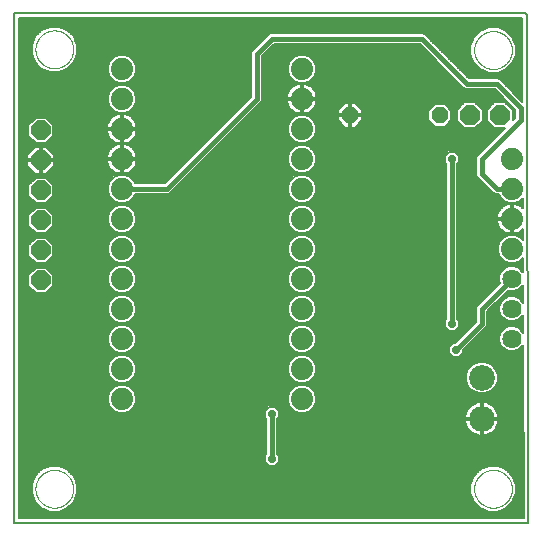
<source format=gbl>
G75*
%MOIN*%
%OFA0B0*%
%FSLAX25Y25*%
%IPPOS*%
%LPD*%
%AMOC8*
5,1,8,0,0,1.08239X$1,22.5*
%
%ADD10C,0.00000*%
%ADD11C,0.00600*%
%ADD12C,0.07400*%
%ADD13OC8,0.06600*%
%ADD14OC8,0.05600*%
%ADD15C,0.08600*%
%ADD16OC8,0.06400*%
%ADD17C,0.06400*%
%ADD18C,0.02778*%
%ADD19C,0.01600*%
D10*
X0012501Y0016300D02*
X0012503Y0016458D01*
X0012509Y0016616D01*
X0012519Y0016774D01*
X0012533Y0016932D01*
X0012551Y0017089D01*
X0012572Y0017246D01*
X0012598Y0017402D01*
X0012628Y0017558D01*
X0012661Y0017713D01*
X0012699Y0017866D01*
X0012740Y0018019D01*
X0012785Y0018171D01*
X0012834Y0018322D01*
X0012887Y0018471D01*
X0012943Y0018619D01*
X0013003Y0018765D01*
X0013067Y0018910D01*
X0013135Y0019053D01*
X0013206Y0019195D01*
X0013280Y0019335D01*
X0013358Y0019472D01*
X0013440Y0019608D01*
X0013524Y0019742D01*
X0013613Y0019873D01*
X0013704Y0020002D01*
X0013799Y0020129D01*
X0013896Y0020254D01*
X0013997Y0020376D01*
X0014101Y0020495D01*
X0014208Y0020612D01*
X0014318Y0020726D01*
X0014431Y0020837D01*
X0014546Y0020946D01*
X0014664Y0021051D01*
X0014785Y0021153D01*
X0014908Y0021253D01*
X0015034Y0021349D01*
X0015162Y0021442D01*
X0015292Y0021532D01*
X0015425Y0021618D01*
X0015560Y0021702D01*
X0015696Y0021781D01*
X0015835Y0021858D01*
X0015976Y0021930D01*
X0016118Y0022000D01*
X0016262Y0022065D01*
X0016408Y0022127D01*
X0016555Y0022185D01*
X0016704Y0022240D01*
X0016854Y0022291D01*
X0017005Y0022338D01*
X0017157Y0022381D01*
X0017310Y0022420D01*
X0017465Y0022456D01*
X0017620Y0022487D01*
X0017776Y0022515D01*
X0017932Y0022539D01*
X0018089Y0022559D01*
X0018247Y0022575D01*
X0018404Y0022587D01*
X0018563Y0022595D01*
X0018721Y0022599D01*
X0018879Y0022599D01*
X0019037Y0022595D01*
X0019196Y0022587D01*
X0019353Y0022575D01*
X0019511Y0022559D01*
X0019668Y0022539D01*
X0019824Y0022515D01*
X0019980Y0022487D01*
X0020135Y0022456D01*
X0020290Y0022420D01*
X0020443Y0022381D01*
X0020595Y0022338D01*
X0020746Y0022291D01*
X0020896Y0022240D01*
X0021045Y0022185D01*
X0021192Y0022127D01*
X0021338Y0022065D01*
X0021482Y0022000D01*
X0021624Y0021930D01*
X0021765Y0021858D01*
X0021904Y0021781D01*
X0022040Y0021702D01*
X0022175Y0021618D01*
X0022308Y0021532D01*
X0022438Y0021442D01*
X0022566Y0021349D01*
X0022692Y0021253D01*
X0022815Y0021153D01*
X0022936Y0021051D01*
X0023054Y0020946D01*
X0023169Y0020837D01*
X0023282Y0020726D01*
X0023392Y0020612D01*
X0023499Y0020495D01*
X0023603Y0020376D01*
X0023704Y0020254D01*
X0023801Y0020129D01*
X0023896Y0020002D01*
X0023987Y0019873D01*
X0024076Y0019742D01*
X0024160Y0019608D01*
X0024242Y0019472D01*
X0024320Y0019335D01*
X0024394Y0019195D01*
X0024465Y0019053D01*
X0024533Y0018910D01*
X0024597Y0018765D01*
X0024657Y0018619D01*
X0024713Y0018471D01*
X0024766Y0018322D01*
X0024815Y0018171D01*
X0024860Y0018019D01*
X0024901Y0017866D01*
X0024939Y0017713D01*
X0024972Y0017558D01*
X0025002Y0017402D01*
X0025028Y0017246D01*
X0025049Y0017089D01*
X0025067Y0016932D01*
X0025081Y0016774D01*
X0025091Y0016616D01*
X0025097Y0016458D01*
X0025099Y0016300D01*
X0025097Y0016142D01*
X0025091Y0015984D01*
X0025081Y0015826D01*
X0025067Y0015668D01*
X0025049Y0015511D01*
X0025028Y0015354D01*
X0025002Y0015198D01*
X0024972Y0015042D01*
X0024939Y0014887D01*
X0024901Y0014734D01*
X0024860Y0014581D01*
X0024815Y0014429D01*
X0024766Y0014278D01*
X0024713Y0014129D01*
X0024657Y0013981D01*
X0024597Y0013835D01*
X0024533Y0013690D01*
X0024465Y0013547D01*
X0024394Y0013405D01*
X0024320Y0013265D01*
X0024242Y0013128D01*
X0024160Y0012992D01*
X0024076Y0012858D01*
X0023987Y0012727D01*
X0023896Y0012598D01*
X0023801Y0012471D01*
X0023704Y0012346D01*
X0023603Y0012224D01*
X0023499Y0012105D01*
X0023392Y0011988D01*
X0023282Y0011874D01*
X0023169Y0011763D01*
X0023054Y0011654D01*
X0022936Y0011549D01*
X0022815Y0011447D01*
X0022692Y0011347D01*
X0022566Y0011251D01*
X0022438Y0011158D01*
X0022308Y0011068D01*
X0022175Y0010982D01*
X0022040Y0010898D01*
X0021904Y0010819D01*
X0021765Y0010742D01*
X0021624Y0010670D01*
X0021482Y0010600D01*
X0021338Y0010535D01*
X0021192Y0010473D01*
X0021045Y0010415D01*
X0020896Y0010360D01*
X0020746Y0010309D01*
X0020595Y0010262D01*
X0020443Y0010219D01*
X0020290Y0010180D01*
X0020135Y0010144D01*
X0019980Y0010113D01*
X0019824Y0010085D01*
X0019668Y0010061D01*
X0019511Y0010041D01*
X0019353Y0010025D01*
X0019196Y0010013D01*
X0019037Y0010005D01*
X0018879Y0010001D01*
X0018721Y0010001D01*
X0018563Y0010005D01*
X0018404Y0010013D01*
X0018247Y0010025D01*
X0018089Y0010041D01*
X0017932Y0010061D01*
X0017776Y0010085D01*
X0017620Y0010113D01*
X0017465Y0010144D01*
X0017310Y0010180D01*
X0017157Y0010219D01*
X0017005Y0010262D01*
X0016854Y0010309D01*
X0016704Y0010360D01*
X0016555Y0010415D01*
X0016408Y0010473D01*
X0016262Y0010535D01*
X0016118Y0010600D01*
X0015976Y0010670D01*
X0015835Y0010742D01*
X0015696Y0010819D01*
X0015560Y0010898D01*
X0015425Y0010982D01*
X0015292Y0011068D01*
X0015162Y0011158D01*
X0015034Y0011251D01*
X0014908Y0011347D01*
X0014785Y0011447D01*
X0014664Y0011549D01*
X0014546Y0011654D01*
X0014431Y0011763D01*
X0014318Y0011874D01*
X0014208Y0011988D01*
X0014101Y0012105D01*
X0013997Y0012224D01*
X0013896Y0012346D01*
X0013799Y0012471D01*
X0013704Y0012598D01*
X0013613Y0012727D01*
X0013524Y0012858D01*
X0013440Y0012992D01*
X0013358Y0013128D01*
X0013280Y0013265D01*
X0013206Y0013405D01*
X0013135Y0013547D01*
X0013067Y0013690D01*
X0013003Y0013835D01*
X0012943Y0013981D01*
X0012887Y0014129D01*
X0012834Y0014278D01*
X0012785Y0014429D01*
X0012740Y0014581D01*
X0012699Y0014734D01*
X0012661Y0014887D01*
X0012628Y0015042D01*
X0012598Y0015198D01*
X0012572Y0015354D01*
X0012551Y0015511D01*
X0012533Y0015668D01*
X0012519Y0015826D01*
X0012509Y0015984D01*
X0012503Y0016142D01*
X0012501Y0016300D01*
X0012501Y0162800D02*
X0012503Y0162958D01*
X0012509Y0163116D01*
X0012519Y0163274D01*
X0012533Y0163432D01*
X0012551Y0163589D01*
X0012572Y0163746D01*
X0012598Y0163902D01*
X0012628Y0164058D01*
X0012661Y0164213D01*
X0012699Y0164366D01*
X0012740Y0164519D01*
X0012785Y0164671D01*
X0012834Y0164822D01*
X0012887Y0164971D01*
X0012943Y0165119D01*
X0013003Y0165265D01*
X0013067Y0165410D01*
X0013135Y0165553D01*
X0013206Y0165695D01*
X0013280Y0165835D01*
X0013358Y0165972D01*
X0013440Y0166108D01*
X0013524Y0166242D01*
X0013613Y0166373D01*
X0013704Y0166502D01*
X0013799Y0166629D01*
X0013896Y0166754D01*
X0013997Y0166876D01*
X0014101Y0166995D01*
X0014208Y0167112D01*
X0014318Y0167226D01*
X0014431Y0167337D01*
X0014546Y0167446D01*
X0014664Y0167551D01*
X0014785Y0167653D01*
X0014908Y0167753D01*
X0015034Y0167849D01*
X0015162Y0167942D01*
X0015292Y0168032D01*
X0015425Y0168118D01*
X0015560Y0168202D01*
X0015696Y0168281D01*
X0015835Y0168358D01*
X0015976Y0168430D01*
X0016118Y0168500D01*
X0016262Y0168565D01*
X0016408Y0168627D01*
X0016555Y0168685D01*
X0016704Y0168740D01*
X0016854Y0168791D01*
X0017005Y0168838D01*
X0017157Y0168881D01*
X0017310Y0168920D01*
X0017465Y0168956D01*
X0017620Y0168987D01*
X0017776Y0169015D01*
X0017932Y0169039D01*
X0018089Y0169059D01*
X0018247Y0169075D01*
X0018404Y0169087D01*
X0018563Y0169095D01*
X0018721Y0169099D01*
X0018879Y0169099D01*
X0019037Y0169095D01*
X0019196Y0169087D01*
X0019353Y0169075D01*
X0019511Y0169059D01*
X0019668Y0169039D01*
X0019824Y0169015D01*
X0019980Y0168987D01*
X0020135Y0168956D01*
X0020290Y0168920D01*
X0020443Y0168881D01*
X0020595Y0168838D01*
X0020746Y0168791D01*
X0020896Y0168740D01*
X0021045Y0168685D01*
X0021192Y0168627D01*
X0021338Y0168565D01*
X0021482Y0168500D01*
X0021624Y0168430D01*
X0021765Y0168358D01*
X0021904Y0168281D01*
X0022040Y0168202D01*
X0022175Y0168118D01*
X0022308Y0168032D01*
X0022438Y0167942D01*
X0022566Y0167849D01*
X0022692Y0167753D01*
X0022815Y0167653D01*
X0022936Y0167551D01*
X0023054Y0167446D01*
X0023169Y0167337D01*
X0023282Y0167226D01*
X0023392Y0167112D01*
X0023499Y0166995D01*
X0023603Y0166876D01*
X0023704Y0166754D01*
X0023801Y0166629D01*
X0023896Y0166502D01*
X0023987Y0166373D01*
X0024076Y0166242D01*
X0024160Y0166108D01*
X0024242Y0165972D01*
X0024320Y0165835D01*
X0024394Y0165695D01*
X0024465Y0165553D01*
X0024533Y0165410D01*
X0024597Y0165265D01*
X0024657Y0165119D01*
X0024713Y0164971D01*
X0024766Y0164822D01*
X0024815Y0164671D01*
X0024860Y0164519D01*
X0024901Y0164366D01*
X0024939Y0164213D01*
X0024972Y0164058D01*
X0025002Y0163902D01*
X0025028Y0163746D01*
X0025049Y0163589D01*
X0025067Y0163432D01*
X0025081Y0163274D01*
X0025091Y0163116D01*
X0025097Y0162958D01*
X0025099Y0162800D01*
X0025097Y0162642D01*
X0025091Y0162484D01*
X0025081Y0162326D01*
X0025067Y0162168D01*
X0025049Y0162011D01*
X0025028Y0161854D01*
X0025002Y0161698D01*
X0024972Y0161542D01*
X0024939Y0161387D01*
X0024901Y0161234D01*
X0024860Y0161081D01*
X0024815Y0160929D01*
X0024766Y0160778D01*
X0024713Y0160629D01*
X0024657Y0160481D01*
X0024597Y0160335D01*
X0024533Y0160190D01*
X0024465Y0160047D01*
X0024394Y0159905D01*
X0024320Y0159765D01*
X0024242Y0159628D01*
X0024160Y0159492D01*
X0024076Y0159358D01*
X0023987Y0159227D01*
X0023896Y0159098D01*
X0023801Y0158971D01*
X0023704Y0158846D01*
X0023603Y0158724D01*
X0023499Y0158605D01*
X0023392Y0158488D01*
X0023282Y0158374D01*
X0023169Y0158263D01*
X0023054Y0158154D01*
X0022936Y0158049D01*
X0022815Y0157947D01*
X0022692Y0157847D01*
X0022566Y0157751D01*
X0022438Y0157658D01*
X0022308Y0157568D01*
X0022175Y0157482D01*
X0022040Y0157398D01*
X0021904Y0157319D01*
X0021765Y0157242D01*
X0021624Y0157170D01*
X0021482Y0157100D01*
X0021338Y0157035D01*
X0021192Y0156973D01*
X0021045Y0156915D01*
X0020896Y0156860D01*
X0020746Y0156809D01*
X0020595Y0156762D01*
X0020443Y0156719D01*
X0020290Y0156680D01*
X0020135Y0156644D01*
X0019980Y0156613D01*
X0019824Y0156585D01*
X0019668Y0156561D01*
X0019511Y0156541D01*
X0019353Y0156525D01*
X0019196Y0156513D01*
X0019037Y0156505D01*
X0018879Y0156501D01*
X0018721Y0156501D01*
X0018563Y0156505D01*
X0018404Y0156513D01*
X0018247Y0156525D01*
X0018089Y0156541D01*
X0017932Y0156561D01*
X0017776Y0156585D01*
X0017620Y0156613D01*
X0017465Y0156644D01*
X0017310Y0156680D01*
X0017157Y0156719D01*
X0017005Y0156762D01*
X0016854Y0156809D01*
X0016704Y0156860D01*
X0016555Y0156915D01*
X0016408Y0156973D01*
X0016262Y0157035D01*
X0016118Y0157100D01*
X0015976Y0157170D01*
X0015835Y0157242D01*
X0015696Y0157319D01*
X0015560Y0157398D01*
X0015425Y0157482D01*
X0015292Y0157568D01*
X0015162Y0157658D01*
X0015034Y0157751D01*
X0014908Y0157847D01*
X0014785Y0157947D01*
X0014664Y0158049D01*
X0014546Y0158154D01*
X0014431Y0158263D01*
X0014318Y0158374D01*
X0014208Y0158488D01*
X0014101Y0158605D01*
X0013997Y0158724D01*
X0013896Y0158846D01*
X0013799Y0158971D01*
X0013704Y0159098D01*
X0013613Y0159227D01*
X0013524Y0159358D01*
X0013440Y0159492D01*
X0013358Y0159628D01*
X0013280Y0159765D01*
X0013206Y0159905D01*
X0013135Y0160047D01*
X0013067Y0160190D01*
X0013003Y0160335D01*
X0012943Y0160481D01*
X0012887Y0160629D01*
X0012834Y0160778D01*
X0012785Y0160929D01*
X0012740Y0161081D01*
X0012699Y0161234D01*
X0012661Y0161387D01*
X0012628Y0161542D01*
X0012598Y0161698D01*
X0012572Y0161854D01*
X0012551Y0162011D01*
X0012533Y0162168D01*
X0012519Y0162326D01*
X0012509Y0162484D01*
X0012503Y0162642D01*
X0012501Y0162800D01*
X0158751Y0162550D02*
X0158753Y0162708D01*
X0158759Y0162866D01*
X0158769Y0163024D01*
X0158783Y0163182D01*
X0158801Y0163339D01*
X0158822Y0163496D01*
X0158848Y0163652D01*
X0158878Y0163808D01*
X0158911Y0163963D01*
X0158949Y0164116D01*
X0158990Y0164269D01*
X0159035Y0164421D01*
X0159084Y0164572D01*
X0159137Y0164721D01*
X0159193Y0164869D01*
X0159253Y0165015D01*
X0159317Y0165160D01*
X0159385Y0165303D01*
X0159456Y0165445D01*
X0159530Y0165585D01*
X0159608Y0165722D01*
X0159690Y0165858D01*
X0159774Y0165992D01*
X0159863Y0166123D01*
X0159954Y0166252D01*
X0160049Y0166379D01*
X0160146Y0166504D01*
X0160247Y0166626D01*
X0160351Y0166745D01*
X0160458Y0166862D01*
X0160568Y0166976D01*
X0160681Y0167087D01*
X0160796Y0167196D01*
X0160914Y0167301D01*
X0161035Y0167403D01*
X0161158Y0167503D01*
X0161284Y0167599D01*
X0161412Y0167692D01*
X0161542Y0167782D01*
X0161675Y0167868D01*
X0161810Y0167952D01*
X0161946Y0168031D01*
X0162085Y0168108D01*
X0162226Y0168180D01*
X0162368Y0168250D01*
X0162512Y0168315D01*
X0162658Y0168377D01*
X0162805Y0168435D01*
X0162954Y0168490D01*
X0163104Y0168541D01*
X0163255Y0168588D01*
X0163407Y0168631D01*
X0163560Y0168670D01*
X0163715Y0168706D01*
X0163870Y0168737D01*
X0164026Y0168765D01*
X0164182Y0168789D01*
X0164339Y0168809D01*
X0164497Y0168825D01*
X0164654Y0168837D01*
X0164813Y0168845D01*
X0164971Y0168849D01*
X0165129Y0168849D01*
X0165287Y0168845D01*
X0165446Y0168837D01*
X0165603Y0168825D01*
X0165761Y0168809D01*
X0165918Y0168789D01*
X0166074Y0168765D01*
X0166230Y0168737D01*
X0166385Y0168706D01*
X0166540Y0168670D01*
X0166693Y0168631D01*
X0166845Y0168588D01*
X0166996Y0168541D01*
X0167146Y0168490D01*
X0167295Y0168435D01*
X0167442Y0168377D01*
X0167588Y0168315D01*
X0167732Y0168250D01*
X0167874Y0168180D01*
X0168015Y0168108D01*
X0168154Y0168031D01*
X0168290Y0167952D01*
X0168425Y0167868D01*
X0168558Y0167782D01*
X0168688Y0167692D01*
X0168816Y0167599D01*
X0168942Y0167503D01*
X0169065Y0167403D01*
X0169186Y0167301D01*
X0169304Y0167196D01*
X0169419Y0167087D01*
X0169532Y0166976D01*
X0169642Y0166862D01*
X0169749Y0166745D01*
X0169853Y0166626D01*
X0169954Y0166504D01*
X0170051Y0166379D01*
X0170146Y0166252D01*
X0170237Y0166123D01*
X0170326Y0165992D01*
X0170410Y0165858D01*
X0170492Y0165722D01*
X0170570Y0165585D01*
X0170644Y0165445D01*
X0170715Y0165303D01*
X0170783Y0165160D01*
X0170847Y0165015D01*
X0170907Y0164869D01*
X0170963Y0164721D01*
X0171016Y0164572D01*
X0171065Y0164421D01*
X0171110Y0164269D01*
X0171151Y0164116D01*
X0171189Y0163963D01*
X0171222Y0163808D01*
X0171252Y0163652D01*
X0171278Y0163496D01*
X0171299Y0163339D01*
X0171317Y0163182D01*
X0171331Y0163024D01*
X0171341Y0162866D01*
X0171347Y0162708D01*
X0171349Y0162550D01*
X0171347Y0162392D01*
X0171341Y0162234D01*
X0171331Y0162076D01*
X0171317Y0161918D01*
X0171299Y0161761D01*
X0171278Y0161604D01*
X0171252Y0161448D01*
X0171222Y0161292D01*
X0171189Y0161137D01*
X0171151Y0160984D01*
X0171110Y0160831D01*
X0171065Y0160679D01*
X0171016Y0160528D01*
X0170963Y0160379D01*
X0170907Y0160231D01*
X0170847Y0160085D01*
X0170783Y0159940D01*
X0170715Y0159797D01*
X0170644Y0159655D01*
X0170570Y0159515D01*
X0170492Y0159378D01*
X0170410Y0159242D01*
X0170326Y0159108D01*
X0170237Y0158977D01*
X0170146Y0158848D01*
X0170051Y0158721D01*
X0169954Y0158596D01*
X0169853Y0158474D01*
X0169749Y0158355D01*
X0169642Y0158238D01*
X0169532Y0158124D01*
X0169419Y0158013D01*
X0169304Y0157904D01*
X0169186Y0157799D01*
X0169065Y0157697D01*
X0168942Y0157597D01*
X0168816Y0157501D01*
X0168688Y0157408D01*
X0168558Y0157318D01*
X0168425Y0157232D01*
X0168290Y0157148D01*
X0168154Y0157069D01*
X0168015Y0156992D01*
X0167874Y0156920D01*
X0167732Y0156850D01*
X0167588Y0156785D01*
X0167442Y0156723D01*
X0167295Y0156665D01*
X0167146Y0156610D01*
X0166996Y0156559D01*
X0166845Y0156512D01*
X0166693Y0156469D01*
X0166540Y0156430D01*
X0166385Y0156394D01*
X0166230Y0156363D01*
X0166074Y0156335D01*
X0165918Y0156311D01*
X0165761Y0156291D01*
X0165603Y0156275D01*
X0165446Y0156263D01*
X0165287Y0156255D01*
X0165129Y0156251D01*
X0164971Y0156251D01*
X0164813Y0156255D01*
X0164654Y0156263D01*
X0164497Y0156275D01*
X0164339Y0156291D01*
X0164182Y0156311D01*
X0164026Y0156335D01*
X0163870Y0156363D01*
X0163715Y0156394D01*
X0163560Y0156430D01*
X0163407Y0156469D01*
X0163255Y0156512D01*
X0163104Y0156559D01*
X0162954Y0156610D01*
X0162805Y0156665D01*
X0162658Y0156723D01*
X0162512Y0156785D01*
X0162368Y0156850D01*
X0162226Y0156920D01*
X0162085Y0156992D01*
X0161946Y0157069D01*
X0161810Y0157148D01*
X0161675Y0157232D01*
X0161542Y0157318D01*
X0161412Y0157408D01*
X0161284Y0157501D01*
X0161158Y0157597D01*
X0161035Y0157697D01*
X0160914Y0157799D01*
X0160796Y0157904D01*
X0160681Y0158013D01*
X0160568Y0158124D01*
X0160458Y0158238D01*
X0160351Y0158355D01*
X0160247Y0158474D01*
X0160146Y0158596D01*
X0160049Y0158721D01*
X0159954Y0158848D01*
X0159863Y0158977D01*
X0159774Y0159108D01*
X0159690Y0159242D01*
X0159608Y0159378D01*
X0159530Y0159515D01*
X0159456Y0159655D01*
X0159385Y0159797D01*
X0159317Y0159940D01*
X0159253Y0160085D01*
X0159193Y0160231D01*
X0159137Y0160379D01*
X0159084Y0160528D01*
X0159035Y0160679D01*
X0158990Y0160831D01*
X0158949Y0160984D01*
X0158911Y0161137D01*
X0158878Y0161292D01*
X0158848Y0161448D01*
X0158822Y0161604D01*
X0158801Y0161761D01*
X0158783Y0161918D01*
X0158769Y0162076D01*
X0158759Y0162234D01*
X0158753Y0162392D01*
X0158751Y0162550D01*
X0158751Y0016300D02*
X0158753Y0016458D01*
X0158759Y0016616D01*
X0158769Y0016774D01*
X0158783Y0016932D01*
X0158801Y0017089D01*
X0158822Y0017246D01*
X0158848Y0017402D01*
X0158878Y0017558D01*
X0158911Y0017713D01*
X0158949Y0017866D01*
X0158990Y0018019D01*
X0159035Y0018171D01*
X0159084Y0018322D01*
X0159137Y0018471D01*
X0159193Y0018619D01*
X0159253Y0018765D01*
X0159317Y0018910D01*
X0159385Y0019053D01*
X0159456Y0019195D01*
X0159530Y0019335D01*
X0159608Y0019472D01*
X0159690Y0019608D01*
X0159774Y0019742D01*
X0159863Y0019873D01*
X0159954Y0020002D01*
X0160049Y0020129D01*
X0160146Y0020254D01*
X0160247Y0020376D01*
X0160351Y0020495D01*
X0160458Y0020612D01*
X0160568Y0020726D01*
X0160681Y0020837D01*
X0160796Y0020946D01*
X0160914Y0021051D01*
X0161035Y0021153D01*
X0161158Y0021253D01*
X0161284Y0021349D01*
X0161412Y0021442D01*
X0161542Y0021532D01*
X0161675Y0021618D01*
X0161810Y0021702D01*
X0161946Y0021781D01*
X0162085Y0021858D01*
X0162226Y0021930D01*
X0162368Y0022000D01*
X0162512Y0022065D01*
X0162658Y0022127D01*
X0162805Y0022185D01*
X0162954Y0022240D01*
X0163104Y0022291D01*
X0163255Y0022338D01*
X0163407Y0022381D01*
X0163560Y0022420D01*
X0163715Y0022456D01*
X0163870Y0022487D01*
X0164026Y0022515D01*
X0164182Y0022539D01*
X0164339Y0022559D01*
X0164497Y0022575D01*
X0164654Y0022587D01*
X0164813Y0022595D01*
X0164971Y0022599D01*
X0165129Y0022599D01*
X0165287Y0022595D01*
X0165446Y0022587D01*
X0165603Y0022575D01*
X0165761Y0022559D01*
X0165918Y0022539D01*
X0166074Y0022515D01*
X0166230Y0022487D01*
X0166385Y0022456D01*
X0166540Y0022420D01*
X0166693Y0022381D01*
X0166845Y0022338D01*
X0166996Y0022291D01*
X0167146Y0022240D01*
X0167295Y0022185D01*
X0167442Y0022127D01*
X0167588Y0022065D01*
X0167732Y0022000D01*
X0167874Y0021930D01*
X0168015Y0021858D01*
X0168154Y0021781D01*
X0168290Y0021702D01*
X0168425Y0021618D01*
X0168558Y0021532D01*
X0168688Y0021442D01*
X0168816Y0021349D01*
X0168942Y0021253D01*
X0169065Y0021153D01*
X0169186Y0021051D01*
X0169304Y0020946D01*
X0169419Y0020837D01*
X0169532Y0020726D01*
X0169642Y0020612D01*
X0169749Y0020495D01*
X0169853Y0020376D01*
X0169954Y0020254D01*
X0170051Y0020129D01*
X0170146Y0020002D01*
X0170237Y0019873D01*
X0170326Y0019742D01*
X0170410Y0019608D01*
X0170492Y0019472D01*
X0170570Y0019335D01*
X0170644Y0019195D01*
X0170715Y0019053D01*
X0170783Y0018910D01*
X0170847Y0018765D01*
X0170907Y0018619D01*
X0170963Y0018471D01*
X0171016Y0018322D01*
X0171065Y0018171D01*
X0171110Y0018019D01*
X0171151Y0017866D01*
X0171189Y0017713D01*
X0171222Y0017558D01*
X0171252Y0017402D01*
X0171278Y0017246D01*
X0171299Y0017089D01*
X0171317Y0016932D01*
X0171331Y0016774D01*
X0171341Y0016616D01*
X0171347Y0016458D01*
X0171349Y0016300D01*
X0171347Y0016142D01*
X0171341Y0015984D01*
X0171331Y0015826D01*
X0171317Y0015668D01*
X0171299Y0015511D01*
X0171278Y0015354D01*
X0171252Y0015198D01*
X0171222Y0015042D01*
X0171189Y0014887D01*
X0171151Y0014734D01*
X0171110Y0014581D01*
X0171065Y0014429D01*
X0171016Y0014278D01*
X0170963Y0014129D01*
X0170907Y0013981D01*
X0170847Y0013835D01*
X0170783Y0013690D01*
X0170715Y0013547D01*
X0170644Y0013405D01*
X0170570Y0013265D01*
X0170492Y0013128D01*
X0170410Y0012992D01*
X0170326Y0012858D01*
X0170237Y0012727D01*
X0170146Y0012598D01*
X0170051Y0012471D01*
X0169954Y0012346D01*
X0169853Y0012224D01*
X0169749Y0012105D01*
X0169642Y0011988D01*
X0169532Y0011874D01*
X0169419Y0011763D01*
X0169304Y0011654D01*
X0169186Y0011549D01*
X0169065Y0011447D01*
X0168942Y0011347D01*
X0168816Y0011251D01*
X0168688Y0011158D01*
X0168558Y0011068D01*
X0168425Y0010982D01*
X0168290Y0010898D01*
X0168154Y0010819D01*
X0168015Y0010742D01*
X0167874Y0010670D01*
X0167732Y0010600D01*
X0167588Y0010535D01*
X0167442Y0010473D01*
X0167295Y0010415D01*
X0167146Y0010360D01*
X0166996Y0010309D01*
X0166845Y0010262D01*
X0166693Y0010219D01*
X0166540Y0010180D01*
X0166385Y0010144D01*
X0166230Y0010113D01*
X0166074Y0010085D01*
X0165918Y0010061D01*
X0165761Y0010041D01*
X0165603Y0010025D01*
X0165446Y0010013D01*
X0165287Y0010005D01*
X0165129Y0010001D01*
X0164971Y0010001D01*
X0164813Y0010005D01*
X0164654Y0010013D01*
X0164497Y0010025D01*
X0164339Y0010041D01*
X0164182Y0010061D01*
X0164026Y0010085D01*
X0163870Y0010113D01*
X0163715Y0010144D01*
X0163560Y0010180D01*
X0163407Y0010219D01*
X0163255Y0010262D01*
X0163104Y0010309D01*
X0162954Y0010360D01*
X0162805Y0010415D01*
X0162658Y0010473D01*
X0162512Y0010535D01*
X0162368Y0010600D01*
X0162226Y0010670D01*
X0162085Y0010742D01*
X0161946Y0010819D01*
X0161810Y0010898D01*
X0161675Y0010982D01*
X0161542Y0011068D01*
X0161412Y0011158D01*
X0161284Y0011251D01*
X0161158Y0011347D01*
X0161035Y0011447D01*
X0160914Y0011549D01*
X0160796Y0011654D01*
X0160681Y0011763D01*
X0160568Y0011874D01*
X0160458Y0011988D01*
X0160351Y0012105D01*
X0160247Y0012224D01*
X0160146Y0012346D01*
X0160049Y0012471D01*
X0159954Y0012598D01*
X0159863Y0012727D01*
X0159774Y0012858D01*
X0159690Y0012992D01*
X0159608Y0013128D01*
X0159530Y0013265D01*
X0159456Y0013405D01*
X0159385Y0013547D01*
X0159317Y0013690D01*
X0159253Y0013835D01*
X0159193Y0013981D01*
X0159137Y0014129D01*
X0159084Y0014278D01*
X0159035Y0014429D01*
X0158990Y0014581D01*
X0158949Y0014734D01*
X0158911Y0014887D01*
X0158878Y0015042D01*
X0158848Y0015198D01*
X0158822Y0015354D01*
X0158801Y0015511D01*
X0158783Y0015668D01*
X0158769Y0015826D01*
X0158759Y0015984D01*
X0158753Y0016142D01*
X0158751Y0016300D01*
D11*
X0005300Y0004800D02*
X0005300Y0174800D01*
X0175800Y0174800D01*
X0176300Y0174300D01*
X0176800Y0004800D01*
X0005300Y0004800D01*
X0006900Y0006400D02*
X0006900Y0173200D01*
X0174703Y0173200D01*
X0174785Y0145360D01*
X0167046Y0153100D01*
X0157046Y0153100D01*
X0142046Y0168100D01*
X0090554Y0168100D01*
X0089500Y0167046D01*
X0084500Y0162046D01*
X0084500Y0147046D01*
X0055554Y0118100D01*
X0045642Y0118100D01*
X0045284Y0118962D01*
X0043962Y0120284D01*
X0042235Y0121000D01*
X0040365Y0121000D01*
X0038638Y0120284D01*
X0037316Y0118962D01*
X0036600Y0117235D01*
X0036600Y0115365D01*
X0037316Y0113638D01*
X0038638Y0112316D01*
X0040365Y0111600D01*
X0042235Y0111600D01*
X0043962Y0112316D01*
X0045284Y0113638D01*
X0045642Y0114500D01*
X0057046Y0114500D01*
X0087046Y0144500D01*
X0088100Y0145554D01*
X0088100Y0160554D01*
X0092046Y0164500D01*
X0140554Y0164500D01*
X0154500Y0150554D01*
X0155554Y0149500D01*
X0165554Y0149500D01*
X0172491Y0142563D01*
X0172491Y0140037D01*
X0171600Y0139146D01*
X0171600Y0142581D01*
X0169081Y0145100D01*
X0165519Y0145100D01*
X0163000Y0142581D01*
X0163000Y0139019D01*
X0165519Y0136500D01*
X0168954Y0136500D01*
X0160554Y0128100D01*
X0159500Y0127046D01*
X0159500Y0120554D01*
X0164500Y0115554D01*
X0165554Y0114500D01*
X0166958Y0114500D01*
X0167316Y0113638D01*
X0168638Y0112316D01*
X0170365Y0111600D01*
X0172235Y0111600D01*
X0173962Y0112316D01*
X0174880Y0113233D01*
X0174890Y0109781D01*
X0174557Y0110114D01*
X0173921Y0110576D01*
X0173219Y0110934D01*
X0172471Y0111177D01*
X0171694Y0111300D01*
X0171600Y0111300D01*
X0171600Y0106600D01*
X0171000Y0106600D01*
X0171000Y0111300D01*
X0170906Y0111300D01*
X0170129Y0111177D01*
X0169381Y0110934D01*
X0168679Y0110576D01*
X0168043Y0110114D01*
X0167486Y0109557D01*
X0167024Y0108921D01*
X0166666Y0108219D01*
X0166423Y0107471D01*
X0166300Y0106694D01*
X0166300Y0106600D01*
X0171000Y0106600D01*
X0171000Y0106000D01*
X0171600Y0106000D01*
X0171600Y0101300D01*
X0171694Y0101300D01*
X0172471Y0101423D01*
X0173219Y0101666D01*
X0173921Y0102024D01*
X0174557Y0102486D01*
X0174911Y0102840D01*
X0174921Y0099326D01*
X0173962Y0100284D01*
X0172235Y0101000D01*
X0170365Y0101000D01*
X0168638Y0100284D01*
X0167316Y0098962D01*
X0166600Y0097235D01*
X0166600Y0095365D01*
X0167316Y0093638D01*
X0168638Y0092316D01*
X0170365Y0091600D01*
X0172235Y0091600D01*
X0173962Y0092316D01*
X0174939Y0093292D01*
X0174953Y0088455D01*
X0174861Y0088679D01*
X0173679Y0089861D01*
X0172135Y0090500D01*
X0170465Y0090500D01*
X0168921Y0089861D01*
X0167739Y0088679D01*
X0167100Y0087135D01*
X0167100Y0085465D01*
X0167340Y0084885D01*
X0159500Y0077046D01*
X0159500Y0072046D01*
X0152441Y0064986D01*
X0151608Y0064986D01*
X0150208Y0063587D01*
X0150208Y0061608D01*
X0151608Y0060208D01*
X0153587Y0060208D01*
X0154986Y0061608D01*
X0154986Y0062441D01*
X0162046Y0069500D01*
X0163100Y0070554D01*
X0163100Y0075554D01*
X0169885Y0082340D01*
X0170465Y0082100D01*
X0172135Y0082100D01*
X0173679Y0082739D01*
X0174861Y0083921D01*
X0174966Y0084175D01*
X0174983Y0078384D01*
X0174861Y0078679D01*
X0173679Y0079861D01*
X0172135Y0080500D01*
X0170465Y0080500D01*
X0168921Y0079861D01*
X0167739Y0078679D01*
X0167100Y0077135D01*
X0167100Y0075465D01*
X0167739Y0073921D01*
X0168921Y0072739D01*
X0170465Y0072100D01*
X0172135Y0072100D01*
X0173679Y0072739D01*
X0174861Y0073921D01*
X0174995Y0074246D01*
X0175013Y0068312D01*
X0174861Y0068679D01*
X0173679Y0069861D01*
X0172135Y0070500D01*
X0170465Y0070500D01*
X0168921Y0069861D01*
X0167739Y0068679D01*
X0167100Y0067135D01*
X0167100Y0065465D01*
X0167739Y0063921D01*
X0168921Y0062739D01*
X0170465Y0062100D01*
X0172135Y0062100D01*
X0173679Y0062739D01*
X0174861Y0063921D01*
X0175024Y0064316D01*
X0175195Y0006400D01*
X0006900Y0006400D01*
X0006900Y0006426D02*
X0175195Y0006426D01*
X0175193Y0007025D02*
X0006900Y0007025D01*
X0006900Y0007623D02*
X0175192Y0007623D01*
X0175190Y0008222D02*
X0006900Y0008222D01*
X0006900Y0008820D02*
X0017000Y0008820D01*
X0017288Y0008701D02*
X0020312Y0008701D01*
X0023105Y0009858D01*
X0025242Y0011995D01*
X0026399Y0014788D01*
X0026399Y0017812D01*
X0025242Y0020605D01*
X0023105Y0022742D01*
X0020312Y0023899D01*
X0017288Y0023899D01*
X0014495Y0022742D01*
X0012358Y0020605D01*
X0011201Y0017812D01*
X0011201Y0014788D01*
X0012358Y0011995D01*
X0014495Y0009858D01*
X0017288Y0008701D01*
X0015555Y0009419D02*
X0006900Y0009419D01*
X0006900Y0010017D02*
X0014336Y0010017D01*
X0013737Y0010616D02*
X0006900Y0010616D01*
X0006900Y0011214D02*
X0013139Y0011214D01*
X0012540Y0011813D02*
X0006900Y0011813D01*
X0006900Y0012411D02*
X0012185Y0012411D01*
X0011938Y0013010D02*
X0006900Y0013010D01*
X0006900Y0013608D02*
X0011690Y0013608D01*
X0011442Y0014207D02*
X0006900Y0014207D01*
X0006900Y0014805D02*
X0011201Y0014805D01*
X0011201Y0015404D02*
X0006900Y0015404D01*
X0006900Y0016002D02*
X0011201Y0016002D01*
X0011201Y0016601D02*
X0006900Y0016601D01*
X0006900Y0017199D02*
X0011201Y0017199D01*
X0011201Y0017798D02*
X0006900Y0017798D01*
X0006900Y0018396D02*
X0011443Y0018396D01*
X0011691Y0018995D02*
X0006900Y0018995D01*
X0006900Y0019593D02*
X0011939Y0019593D01*
X0012187Y0020192D02*
X0006900Y0020192D01*
X0006900Y0020790D02*
X0012543Y0020790D01*
X0013142Y0021389D02*
X0006900Y0021389D01*
X0006900Y0021987D02*
X0013740Y0021987D01*
X0014339Y0022586D02*
X0006900Y0022586D01*
X0006900Y0023184D02*
X0015563Y0023184D01*
X0017008Y0023783D02*
X0006900Y0023783D01*
X0006900Y0024381D02*
X0089840Y0024381D01*
X0090310Y0023911D02*
X0092290Y0023911D01*
X0093689Y0025310D01*
X0093689Y0027290D01*
X0093100Y0027879D01*
X0093100Y0039721D01*
X0093689Y0040310D01*
X0093689Y0042290D01*
X0092290Y0043689D01*
X0090310Y0043689D01*
X0088911Y0042290D01*
X0088911Y0040310D01*
X0089500Y0039721D01*
X0089500Y0027879D01*
X0088911Y0027290D01*
X0088911Y0025310D01*
X0090310Y0023911D01*
X0089242Y0024980D02*
X0006900Y0024980D01*
X0006900Y0025578D02*
X0088911Y0025578D01*
X0088911Y0026177D02*
X0006900Y0026177D01*
X0006900Y0026775D02*
X0088911Y0026775D01*
X0088995Y0027374D02*
X0006900Y0027374D01*
X0006900Y0027972D02*
X0089500Y0027972D01*
X0089500Y0028571D02*
X0006900Y0028571D01*
X0006900Y0029170D02*
X0089500Y0029170D01*
X0089500Y0029768D02*
X0006900Y0029768D01*
X0006900Y0030367D02*
X0089500Y0030367D01*
X0089500Y0030965D02*
X0006900Y0030965D01*
X0006900Y0031564D02*
X0089500Y0031564D01*
X0089500Y0032162D02*
X0006900Y0032162D01*
X0006900Y0032761D02*
X0089500Y0032761D01*
X0089500Y0033359D02*
X0006900Y0033359D01*
X0006900Y0033958D02*
X0089500Y0033958D01*
X0089500Y0034556D02*
X0006900Y0034556D01*
X0006900Y0035155D02*
X0089500Y0035155D01*
X0089500Y0035753D02*
X0006900Y0035753D01*
X0006900Y0036352D02*
X0089500Y0036352D01*
X0089500Y0036950D02*
X0006900Y0036950D01*
X0006900Y0037549D02*
X0089500Y0037549D01*
X0089500Y0038147D02*
X0006900Y0038147D01*
X0006900Y0038746D02*
X0089500Y0038746D01*
X0089500Y0039344D02*
X0006900Y0039344D01*
X0006900Y0039943D02*
X0089279Y0039943D01*
X0088911Y0040541D02*
X0006900Y0040541D01*
X0006900Y0041140D02*
X0088911Y0041140D01*
X0088911Y0041738D02*
X0042569Y0041738D01*
X0042235Y0041600D02*
X0043962Y0042316D01*
X0045284Y0043638D01*
X0046000Y0045365D01*
X0046000Y0047235D01*
X0045284Y0048962D01*
X0043962Y0050284D01*
X0042235Y0051000D01*
X0040365Y0051000D01*
X0038638Y0050284D01*
X0037316Y0048962D01*
X0036600Y0047235D01*
X0036600Y0045365D01*
X0037316Y0043638D01*
X0038638Y0042316D01*
X0040365Y0041600D01*
X0042235Y0041600D01*
X0043984Y0042337D02*
X0088958Y0042337D01*
X0089557Y0042935D02*
X0044582Y0042935D01*
X0045181Y0043534D02*
X0090155Y0043534D01*
X0092445Y0043534D02*
X0097419Y0043534D01*
X0097316Y0043638D02*
X0098638Y0042316D01*
X0100365Y0041600D01*
X0102235Y0041600D01*
X0103962Y0042316D01*
X0105284Y0043638D01*
X0106000Y0045365D01*
X0106000Y0047235D01*
X0105284Y0048962D01*
X0103962Y0050284D01*
X0102235Y0051000D01*
X0100365Y0051000D01*
X0098638Y0050284D01*
X0097316Y0048962D01*
X0096600Y0047235D01*
X0096600Y0045365D01*
X0097316Y0043638D01*
X0097111Y0044132D02*
X0045489Y0044132D01*
X0045737Y0044731D02*
X0096863Y0044731D01*
X0096615Y0045329D02*
X0045985Y0045329D01*
X0046000Y0045928D02*
X0096600Y0045928D01*
X0096600Y0046526D02*
X0046000Y0046526D01*
X0046000Y0047125D02*
X0096600Y0047125D01*
X0096802Y0047723D02*
X0045798Y0047723D01*
X0045550Y0048322D02*
X0097050Y0048322D01*
X0097298Y0048920D02*
X0045302Y0048920D01*
X0044728Y0049519D02*
X0097872Y0049519D01*
X0098471Y0050117D02*
X0044129Y0050117D01*
X0042921Y0050716D02*
X0099679Y0050716D01*
X0100365Y0051600D02*
X0102235Y0051600D01*
X0103962Y0052316D01*
X0105284Y0053638D01*
X0106000Y0055365D01*
X0106000Y0057235D01*
X0105284Y0058962D01*
X0103962Y0060284D01*
X0102235Y0061000D01*
X0100365Y0061000D01*
X0098638Y0060284D01*
X0097316Y0058962D01*
X0096600Y0057235D01*
X0096600Y0055365D01*
X0097316Y0053638D01*
X0098638Y0052316D01*
X0100365Y0051600D01*
X0099610Y0051913D02*
X0042990Y0051913D01*
X0042235Y0051600D02*
X0043962Y0052316D01*
X0045284Y0053638D01*
X0046000Y0055365D01*
X0046000Y0057235D01*
X0045284Y0058962D01*
X0043962Y0060284D01*
X0042235Y0061000D01*
X0040365Y0061000D01*
X0038638Y0060284D01*
X0037316Y0058962D01*
X0036600Y0057235D01*
X0036600Y0055365D01*
X0037316Y0053638D01*
X0038638Y0052316D01*
X0040365Y0051600D01*
X0042235Y0051600D01*
X0044158Y0052511D02*
X0098442Y0052511D01*
X0097843Y0053110D02*
X0044757Y0053110D01*
X0045314Y0053708D02*
X0097286Y0053708D01*
X0097038Y0054307D02*
X0045562Y0054307D01*
X0045810Y0054905D02*
X0096790Y0054905D01*
X0096600Y0055504D02*
X0046000Y0055504D01*
X0046000Y0056103D02*
X0096600Y0056103D01*
X0096600Y0056701D02*
X0046000Y0056701D01*
X0045973Y0057300D02*
X0096627Y0057300D01*
X0096875Y0057898D02*
X0045725Y0057898D01*
X0045477Y0058497D02*
X0097123Y0058497D01*
X0097448Y0059095D02*
X0045152Y0059095D01*
X0044553Y0059694D02*
X0098047Y0059694D01*
X0098656Y0060292D02*
X0043944Y0060292D01*
X0042499Y0060891D02*
X0100101Y0060891D01*
X0100365Y0061600D02*
X0102235Y0061600D01*
X0103962Y0062316D01*
X0105284Y0063638D01*
X0106000Y0065365D01*
X0106000Y0067235D01*
X0105284Y0068962D01*
X0103962Y0070284D01*
X0102235Y0071000D01*
X0100365Y0071000D01*
X0098638Y0070284D01*
X0097316Y0068962D01*
X0096600Y0067235D01*
X0096600Y0065365D01*
X0097316Y0063638D01*
X0098638Y0062316D01*
X0100365Y0061600D01*
X0099188Y0062088D02*
X0043412Y0062088D01*
X0043962Y0062316D02*
X0042235Y0061600D01*
X0040365Y0061600D01*
X0038638Y0062316D01*
X0037316Y0063638D01*
X0036600Y0065365D01*
X0036600Y0067235D01*
X0037316Y0068962D01*
X0038638Y0070284D01*
X0040365Y0071000D01*
X0042235Y0071000D01*
X0043962Y0070284D01*
X0045284Y0068962D01*
X0046000Y0067235D01*
X0046000Y0065365D01*
X0045284Y0063638D01*
X0043962Y0062316D01*
X0044333Y0062686D02*
X0098267Y0062686D01*
X0097669Y0063285D02*
X0044931Y0063285D01*
X0045386Y0063883D02*
X0097214Y0063883D01*
X0096966Y0064482D02*
X0045634Y0064482D01*
X0045882Y0065080D02*
X0096718Y0065080D01*
X0096600Y0065679D02*
X0046000Y0065679D01*
X0046000Y0066277D02*
X0096600Y0066277D01*
X0096600Y0066876D02*
X0046000Y0066876D01*
X0045901Y0067474D02*
X0096699Y0067474D01*
X0096947Y0068073D02*
X0045653Y0068073D01*
X0045405Y0068671D02*
X0097195Y0068671D01*
X0097623Y0069270D02*
X0044977Y0069270D01*
X0044379Y0069868D02*
X0098221Y0069868D01*
X0099078Y0070467D02*
X0043522Y0070467D01*
X0042389Y0071664D02*
X0100211Y0071664D01*
X0100365Y0071600D02*
X0102235Y0071600D01*
X0103962Y0072316D01*
X0105284Y0073638D01*
X0106000Y0075365D01*
X0106000Y0077235D01*
X0105284Y0078962D01*
X0103962Y0080284D01*
X0102235Y0081000D01*
X0100365Y0081000D01*
X0098638Y0080284D01*
X0097316Y0078962D01*
X0096600Y0077235D01*
X0096600Y0075365D01*
X0097316Y0073638D01*
X0098638Y0072316D01*
X0100365Y0071600D01*
X0098766Y0072262D02*
X0043834Y0072262D01*
X0043962Y0072316D02*
X0045284Y0073638D01*
X0046000Y0075365D01*
X0046000Y0077235D01*
X0045284Y0078962D01*
X0043962Y0080284D01*
X0042235Y0081000D01*
X0040365Y0081000D01*
X0038638Y0080284D01*
X0037316Y0078962D01*
X0036600Y0077235D01*
X0036600Y0075365D01*
X0037316Y0073638D01*
X0038638Y0072316D01*
X0040365Y0071600D01*
X0042235Y0071600D01*
X0043962Y0072316D01*
X0044508Y0072861D02*
X0098092Y0072861D01*
X0097494Y0073459D02*
X0045106Y0073459D01*
X0045459Y0074058D02*
X0097141Y0074058D01*
X0096894Y0074656D02*
X0045706Y0074656D01*
X0045954Y0075255D02*
X0096646Y0075255D01*
X0096600Y0075853D02*
X0046000Y0075853D01*
X0046000Y0076452D02*
X0096600Y0076452D01*
X0096600Y0077050D02*
X0046000Y0077050D01*
X0045828Y0077649D02*
X0096772Y0077649D01*
X0097019Y0078247D02*
X0045581Y0078247D01*
X0045333Y0078846D02*
X0097267Y0078846D01*
X0097798Y0079444D02*
X0044802Y0079444D01*
X0044204Y0080043D02*
X0098396Y0080043D01*
X0099500Y0080641D02*
X0043100Y0080641D01*
X0042811Y0081839D02*
X0099789Y0081839D01*
X0100365Y0081600D02*
X0098638Y0082316D01*
X0097316Y0083638D01*
X0096600Y0085365D01*
X0096600Y0087235D01*
X0097316Y0088962D01*
X0098638Y0090284D01*
X0100365Y0091000D01*
X0102235Y0091000D01*
X0103962Y0090284D01*
X0105284Y0088962D01*
X0106000Y0087235D01*
X0106000Y0085365D01*
X0105284Y0083638D01*
X0103962Y0082316D01*
X0102235Y0081600D01*
X0100365Y0081600D01*
X0098516Y0082437D02*
X0044084Y0082437D01*
X0043962Y0082316D02*
X0045284Y0083638D01*
X0046000Y0085365D01*
X0046000Y0087235D01*
X0045284Y0088962D01*
X0043962Y0090284D01*
X0042235Y0091000D01*
X0040365Y0091000D01*
X0038638Y0090284D01*
X0037316Y0088962D01*
X0036600Y0087235D01*
X0036600Y0085365D01*
X0037316Y0083638D01*
X0038638Y0082316D01*
X0040365Y0081600D01*
X0042235Y0081600D01*
X0043962Y0082316D01*
X0044682Y0083036D02*
X0097918Y0083036D01*
X0097319Y0083634D02*
X0045281Y0083634D01*
X0045531Y0084233D02*
X0097069Y0084233D01*
X0096821Y0084831D02*
X0045779Y0084831D01*
X0046000Y0085430D02*
X0096600Y0085430D01*
X0096600Y0086028D02*
X0046000Y0086028D01*
X0046000Y0086627D02*
X0096600Y0086627D01*
X0096600Y0087225D02*
X0046000Y0087225D01*
X0045756Y0087824D02*
X0096844Y0087824D01*
X0097092Y0088422D02*
X0045508Y0088422D01*
X0045226Y0089021D02*
X0097374Y0089021D01*
X0097972Y0089619D02*
X0044628Y0089619D01*
X0044029Y0090218D02*
X0098571Y0090218D01*
X0099921Y0090816D02*
X0042679Y0090816D01*
X0042235Y0091600D02*
X0043962Y0092316D01*
X0045284Y0093638D01*
X0046000Y0095365D01*
X0046000Y0097235D01*
X0045284Y0098962D01*
X0043962Y0100284D01*
X0042235Y0101000D01*
X0040365Y0101000D01*
X0038638Y0100284D01*
X0037316Y0098962D01*
X0036600Y0097235D01*
X0036600Y0095365D01*
X0037316Y0093638D01*
X0038638Y0092316D01*
X0040365Y0091600D01*
X0042235Y0091600D01*
X0043232Y0092013D02*
X0099368Y0092013D01*
X0098638Y0092316D02*
X0100365Y0091600D01*
X0102235Y0091600D01*
X0103962Y0092316D01*
X0105284Y0093638D01*
X0106000Y0095365D01*
X0106000Y0097235D01*
X0105284Y0098962D01*
X0103962Y0100284D01*
X0102235Y0101000D01*
X0100365Y0101000D01*
X0098638Y0100284D01*
X0097316Y0098962D01*
X0096600Y0097235D01*
X0096600Y0095365D01*
X0097316Y0093638D01*
X0098638Y0092316D01*
X0098341Y0092612D02*
X0044259Y0092612D01*
X0044857Y0093210D02*
X0097743Y0093210D01*
X0097245Y0093809D02*
X0045355Y0093809D01*
X0045603Y0094407D02*
X0096997Y0094407D01*
X0096749Y0095006D02*
X0045851Y0095006D01*
X0046000Y0095604D02*
X0096600Y0095604D01*
X0096600Y0096203D02*
X0046000Y0096203D01*
X0046000Y0096801D02*
X0096600Y0096801D01*
X0096668Y0097400D02*
X0045932Y0097400D01*
X0045684Y0097998D02*
X0096916Y0097998D01*
X0097164Y0098597D02*
X0045436Y0098597D01*
X0045051Y0099195D02*
X0097549Y0099195D01*
X0098147Y0099794D02*
X0044453Y0099794D01*
X0043702Y0100392D02*
X0098898Y0100392D01*
X0100343Y0100991D02*
X0042257Y0100991D01*
X0042235Y0101600D02*
X0040365Y0101600D01*
X0038638Y0102316D01*
X0037316Y0103638D01*
X0036600Y0105365D01*
X0036600Y0107235D01*
X0037316Y0108962D01*
X0038638Y0110284D01*
X0040365Y0111000D01*
X0042235Y0111000D01*
X0043962Y0110284D01*
X0045284Y0108962D01*
X0046000Y0107235D01*
X0046000Y0105365D01*
X0045284Y0103638D01*
X0043962Y0102316D01*
X0042235Y0101600D01*
X0043654Y0102188D02*
X0098946Y0102188D01*
X0098638Y0102316D02*
X0100365Y0101600D01*
X0102235Y0101600D01*
X0103962Y0102316D01*
X0105284Y0103638D01*
X0106000Y0105365D01*
X0106000Y0107235D01*
X0105284Y0108962D01*
X0103962Y0110284D01*
X0102235Y0111000D01*
X0100365Y0111000D01*
X0098638Y0110284D01*
X0097316Y0108962D01*
X0096600Y0107235D01*
X0096600Y0105365D01*
X0097316Y0103638D01*
X0098638Y0102316D01*
X0098167Y0102786D02*
X0044433Y0102786D01*
X0045032Y0103385D02*
X0097568Y0103385D01*
X0097172Y0103983D02*
X0045428Y0103983D01*
X0045676Y0104582D02*
X0096924Y0104582D01*
X0096676Y0105180D02*
X0045923Y0105180D01*
X0046000Y0105779D02*
X0096600Y0105779D01*
X0096600Y0106377D02*
X0046000Y0106377D01*
X0046000Y0106976D02*
X0096600Y0106976D01*
X0096741Y0107574D02*
X0045859Y0107574D01*
X0045611Y0108173D02*
X0096989Y0108173D01*
X0097236Y0108772D02*
X0045364Y0108772D01*
X0044877Y0109370D02*
X0097723Y0109370D01*
X0098322Y0109969D02*
X0044278Y0109969D01*
X0043280Y0110567D02*
X0099320Y0110567D01*
X0099969Y0111764D02*
X0042631Y0111764D01*
X0044009Y0112363D02*
X0098591Y0112363D01*
X0098638Y0112316D02*
X0097316Y0113638D01*
X0096600Y0115365D01*
X0096600Y0117235D01*
X0097316Y0118962D01*
X0098638Y0120284D01*
X0100365Y0121000D01*
X0102235Y0121000D01*
X0103962Y0120284D01*
X0105284Y0118962D01*
X0106000Y0117235D01*
X0106000Y0115365D01*
X0105284Y0113638D01*
X0103962Y0112316D01*
X0102235Y0111600D01*
X0100365Y0111600D01*
X0098638Y0112316D01*
X0097992Y0112961D02*
X0044608Y0112961D01*
X0045206Y0113560D02*
X0097394Y0113560D01*
X0097100Y0114158D02*
X0045500Y0114158D01*
X0045539Y0118348D02*
X0055802Y0118348D01*
X0056401Y0118946D02*
X0045291Y0118946D01*
X0044702Y0119545D02*
X0056999Y0119545D01*
X0057598Y0120143D02*
X0044104Y0120143D01*
X0042858Y0120742D02*
X0058196Y0120742D01*
X0058795Y0121340D02*
X0041948Y0121340D01*
X0041694Y0121300D02*
X0042471Y0121423D01*
X0043219Y0121666D01*
X0043921Y0122024D01*
X0044557Y0122486D01*
X0045114Y0123043D01*
X0045576Y0123679D01*
X0045934Y0124381D01*
X0046177Y0125129D01*
X0046300Y0125906D01*
X0046300Y0126000D01*
X0041600Y0126000D01*
X0041600Y0126600D01*
X0046300Y0126600D01*
X0046300Y0126694D01*
X0046177Y0127471D01*
X0045934Y0128219D01*
X0045576Y0128921D01*
X0045114Y0129557D01*
X0044557Y0130114D01*
X0043921Y0130576D01*
X0043219Y0130934D01*
X0042471Y0131177D01*
X0041694Y0131300D01*
X0041600Y0131300D01*
X0041600Y0126600D01*
X0041000Y0126600D01*
X0041000Y0131300D01*
X0041000Y0136000D01*
X0041600Y0136000D01*
X0041600Y0136600D01*
X0046300Y0136600D01*
X0046300Y0136694D01*
X0046177Y0137471D01*
X0045934Y0138219D01*
X0045576Y0138921D01*
X0045114Y0139557D01*
X0044557Y0140114D01*
X0043921Y0140576D01*
X0043219Y0140934D01*
X0042471Y0141177D01*
X0041694Y0141300D01*
X0041600Y0141300D01*
X0041600Y0136600D01*
X0041000Y0136600D01*
X0041000Y0141300D01*
X0040906Y0141300D01*
X0040129Y0141177D01*
X0039381Y0140934D01*
X0038679Y0140576D01*
X0038043Y0140114D01*
X0037486Y0139557D01*
X0037024Y0138921D01*
X0036666Y0138219D01*
X0036423Y0137471D01*
X0036300Y0136694D01*
X0036300Y0136600D01*
X0041000Y0136600D01*
X0041000Y0136000D01*
X0036300Y0136000D01*
X0036300Y0135906D01*
X0036423Y0135129D01*
X0036666Y0134381D01*
X0037024Y0133679D01*
X0037486Y0133043D01*
X0038043Y0132486D01*
X0038679Y0132024D01*
X0039381Y0131666D01*
X0040129Y0131423D01*
X0040906Y0131300D01*
X0040129Y0131177D01*
X0039381Y0130934D01*
X0038679Y0130576D01*
X0038043Y0130114D01*
X0037486Y0129557D01*
X0037024Y0128921D01*
X0036666Y0128219D01*
X0036423Y0127471D01*
X0036300Y0126694D01*
X0036300Y0126600D01*
X0041000Y0126600D01*
X0041000Y0126000D01*
X0041600Y0126000D01*
X0041600Y0121300D01*
X0041694Y0121300D01*
X0041600Y0121340D02*
X0041000Y0121340D01*
X0041000Y0121300D02*
X0041000Y0126000D01*
X0036300Y0126000D01*
X0036300Y0125906D01*
X0036423Y0125129D01*
X0036666Y0124381D01*
X0037024Y0123679D01*
X0037486Y0123043D01*
X0038043Y0122486D01*
X0038679Y0122024D01*
X0039381Y0121666D01*
X0040129Y0121423D01*
X0040906Y0121300D01*
X0041000Y0121300D01*
X0040652Y0121340D02*
X0016204Y0121340D01*
X0016164Y0121300D02*
X0018800Y0123936D01*
X0018800Y0125500D01*
X0014600Y0125500D01*
X0014600Y0126100D01*
X0018800Y0126100D01*
X0018800Y0127664D01*
X0016164Y0130300D01*
X0014600Y0130300D01*
X0014600Y0126100D01*
X0014000Y0126100D01*
X0014000Y0130300D01*
X0012436Y0130300D01*
X0009800Y0127664D01*
X0009800Y0126100D01*
X0014000Y0126100D01*
X0014000Y0125500D01*
X0014600Y0125500D01*
X0014600Y0121300D01*
X0016164Y0121300D01*
X0016803Y0121939D02*
X0038846Y0121939D01*
X0037992Y0122537D02*
X0017401Y0122537D01*
X0018000Y0123136D02*
X0037419Y0123136D01*
X0036996Y0123734D02*
X0018598Y0123734D01*
X0018800Y0124333D02*
X0036691Y0124333D01*
X0036487Y0124931D02*
X0018800Y0124931D01*
X0018800Y0126128D02*
X0041000Y0126128D01*
X0041000Y0125530D02*
X0041600Y0125530D01*
X0041600Y0126128D02*
X0063583Y0126128D01*
X0062984Y0125530D02*
X0046240Y0125530D01*
X0046113Y0124931D02*
X0062386Y0124931D01*
X0061787Y0124333D02*
X0045909Y0124333D01*
X0045604Y0123734D02*
X0061189Y0123734D01*
X0060590Y0123136D02*
X0045181Y0123136D01*
X0044608Y0122537D02*
X0059992Y0122537D01*
X0059393Y0121939D02*
X0043754Y0121939D01*
X0041600Y0121939D02*
X0041000Y0121939D01*
X0041000Y0122537D02*
X0041600Y0122537D01*
X0041600Y0123136D02*
X0041000Y0123136D01*
X0041000Y0123734D02*
X0041600Y0123734D01*
X0041600Y0124333D02*
X0041000Y0124333D01*
X0041000Y0124931D02*
X0041600Y0124931D01*
X0041600Y0126727D02*
X0041000Y0126727D01*
X0041000Y0127325D02*
X0041600Y0127325D01*
X0041600Y0127924D02*
X0041000Y0127924D01*
X0041000Y0128522D02*
X0041600Y0128522D01*
X0041600Y0129121D02*
X0041000Y0129121D01*
X0041000Y0129719D02*
X0041600Y0129719D01*
X0041600Y0130318D02*
X0041000Y0130318D01*
X0041000Y0130916D02*
X0041600Y0130916D01*
X0041600Y0131300D02*
X0041694Y0131300D01*
X0042471Y0131423D01*
X0043219Y0131666D01*
X0043921Y0132024D01*
X0044557Y0132486D01*
X0045114Y0133043D01*
X0045576Y0133679D01*
X0045934Y0134381D01*
X0046177Y0135129D01*
X0046300Y0135906D01*
X0046300Y0136000D01*
X0041600Y0136000D01*
X0041600Y0131300D01*
X0041600Y0131515D02*
X0041000Y0131515D01*
X0041000Y0131300D02*
X0040906Y0131300D01*
X0041000Y0131300D01*
X0041000Y0132113D02*
X0041600Y0132113D01*
X0041600Y0132712D02*
X0041000Y0132712D01*
X0041000Y0133310D02*
X0041600Y0133310D01*
X0041600Y0133909D02*
X0041000Y0133909D01*
X0041000Y0134508D02*
X0041600Y0134508D01*
X0041600Y0135106D02*
X0041000Y0135106D01*
X0041000Y0135705D02*
X0041600Y0135705D01*
X0041600Y0136303D02*
X0073757Y0136303D01*
X0073159Y0135705D02*
X0046268Y0135705D01*
X0046169Y0135106D02*
X0072560Y0135106D01*
X0071962Y0134508D02*
X0045975Y0134508D01*
X0045693Y0133909D02*
X0071363Y0133909D01*
X0070765Y0133310D02*
X0045308Y0133310D01*
X0044783Y0132712D02*
X0070166Y0132712D01*
X0069568Y0132113D02*
X0044044Y0132113D01*
X0042753Y0131515D02*
X0068969Y0131515D01*
X0068371Y0130916D02*
X0043253Y0130916D01*
X0044276Y0130318D02*
X0067772Y0130318D01*
X0067174Y0129719D02*
X0044952Y0129719D01*
X0045431Y0129121D02*
X0066575Y0129121D01*
X0065977Y0128522D02*
X0045779Y0128522D01*
X0046030Y0127924D02*
X0065378Y0127924D01*
X0064780Y0127325D02*
X0046200Y0127325D01*
X0046295Y0126727D02*
X0064181Y0126727D01*
X0066878Y0124333D02*
X0097028Y0124333D01*
X0096780Y0124931D02*
X0067477Y0124931D01*
X0068075Y0125530D02*
X0096600Y0125530D01*
X0096600Y0125365D02*
X0097316Y0123638D01*
X0098638Y0122316D01*
X0100365Y0121600D01*
X0102235Y0121600D01*
X0103962Y0122316D01*
X0105284Y0123638D01*
X0106000Y0125365D01*
X0106000Y0127235D01*
X0105284Y0128962D01*
X0103962Y0130284D01*
X0102235Y0131000D01*
X0100365Y0131000D01*
X0098638Y0130284D01*
X0097316Y0128962D01*
X0096600Y0127235D01*
X0096600Y0125365D01*
X0096600Y0126128D02*
X0068674Y0126128D01*
X0069272Y0126727D02*
X0096600Y0126727D01*
X0096637Y0127325D02*
X0069871Y0127325D01*
X0070469Y0127924D02*
X0096885Y0127924D01*
X0097133Y0128522D02*
X0071068Y0128522D01*
X0071666Y0129121D02*
X0097474Y0129121D01*
X0098073Y0129719D02*
X0072265Y0129719D01*
X0072864Y0130318D02*
X0098718Y0130318D01*
X0100163Y0130916D02*
X0073462Y0130916D01*
X0074061Y0131515D02*
X0163969Y0131515D01*
X0163371Y0130916D02*
X0102437Y0130916D01*
X0102235Y0131600D02*
X0103962Y0132316D01*
X0105284Y0133638D01*
X0106000Y0135365D01*
X0106000Y0137235D01*
X0105284Y0138962D01*
X0103962Y0140284D01*
X0102235Y0141000D01*
X0100365Y0141000D01*
X0098638Y0140284D01*
X0097316Y0138962D01*
X0096600Y0137235D01*
X0096600Y0135365D01*
X0097316Y0133638D01*
X0098638Y0132316D01*
X0100365Y0131600D01*
X0102235Y0131600D01*
X0103474Y0132113D02*
X0164568Y0132113D01*
X0165166Y0132712D02*
X0104359Y0132712D01*
X0104957Y0133310D02*
X0165765Y0133310D01*
X0166363Y0133909D02*
X0105397Y0133909D01*
X0105645Y0134508D02*
X0166962Y0134508D01*
X0167560Y0135106D02*
X0105893Y0135106D01*
X0106000Y0135705D02*
X0168159Y0135705D01*
X0168757Y0136303D02*
X0106000Y0136303D01*
X0106000Y0136902D02*
X0115400Y0136902D01*
X0115602Y0136700D02*
X0117000Y0136700D01*
X0117000Y0140500D01*
X0117600Y0140500D01*
X0117600Y0141100D01*
X0121400Y0141100D01*
X0121400Y0142498D01*
X0118998Y0144900D01*
X0117600Y0144900D01*
X0117600Y0141100D01*
X0117000Y0141100D01*
X0117000Y0144900D01*
X0115602Y0144900D01*
X0113200Y0142498D01*
X0113200Y0141100D01*
X0117000Y0141100D01*
X0117000Y0140500D01*
X0113200Y0140500D01*
X0113200Y0139102D01*
X0115602Y0136700D01*
X0114802Y0137500D02*
X0105890Y0137500D01*
X0105642Y0138099D02*
X0114203Y0138099D01*
X0113605Y0138697D02*
X0105394Y0138697D01*
X0104951Y0139296D02*
X0113200Y0139296D01*
X0113200Y0139894D02*
X0104353Y0139894D01*
X0103460Y0140493D02*
X0113200Y0140493D01*
X0113200Y0141690D02*
X0103265Y0141690D01*
X0103219Y0141666D02*
X0103921Y0142024D01*
X0104557Y0142486D01*
X0105114Y0143043D01*
X0105576Y0143679D01*
X0105934Y0144381D01*
X0106177Y0145129D01*
X0106300Y0145906D01*
X0106300Y0146000D01*
X0101600Y0146000D01*
X0101600Y0146600D01*
X0106300Y0146600D01*
X0106300Y0146694D01*
X0106177Y0147471D01*
X0105934Y0148219D01*
X0105576Y0148921D01*
X0105114Y0149557D01*
X0104557Y0150114D01*
X0103921Y0150576D01*
X0103219Y0150934D01*
X0102471Y0151177D01*
X0101694Y0151300D01*
X0101600Y0151300D01*
X0101600Y0146600D01*
X0101000Y0146600D01*
X0101000Y0151300D01*
X0100906Y0151300D01*
X0100129Y0151177D01*
X0099381Y0150934D01*
X0098679Y0150576D01*
X0098043Y0150114D01*
X0097486Y0149557D01*
X0097024Y0148921D01*
X0096666Y0148219D01*
X0096423Y0147471D01*
X0096300Y0146694D01*
X0096300Y0146600D01*
X0101000Y0146600D01*
X0101000Y0146000D01*
X0101600Y0146000D01*
X0101600Y0141300D01*
X0101694Y0141300D01*
X0102471Y0141423D01*
X0103219Y0141666D01*
X0104285Y0142288D02*
X0113200Y0142288D01*
X0113588Y0142887D02*
X0104958Y0142887D01*
X0105435Y0143485D02*
X0114187Y0143485D01*
X0114785Y0144084D02*
X0105782Y0144084D01*
X0106032Y0144682D02*
X0115384Y0144682D01*
X0117000Y0144682D02*
X0117600Y0144682D01*
X0117600Y0144084D02*
X0117000Y0144084D01*
X0117000Y0143485D02*
X0117600Y0143485D01*
X0117600Y0142887D02*
X0117000Y0142887D01*
X0117000Y0142288D02*
X0117600Y0142288D01*
X0117600Y0141690D02*
X0117000Y0141690D01*
X0117000Y0141091D02*
X0083637Y0141091D01*
X0084235Y0141690D02*
X0099335Y0141690D01*
X0099381Y0141666D02*
X0100129Y0141423D01*
X0100906Y0141300D01*
X0101000Y0141300D01*
X0101000Y0146000D01*
X0096300Y0146000D01*
X0096300Y0145906D01*
X0096423Y0145129D01*
X0096666Y0144381D01*
X0097024Y0143679D01*
X0097486Y0143043D01*
X0098043Y0142486D01*
X0098679Y0142024D01*
X0099381Y0141666D01*
X0099140Y0140493D02*
X0083038Y0140493D01*
X0082440Y0139894D02*
X0098247Y0139894D01*
X0097649Y0139296D02*
X0081841Y0139296D01*
X0081243Y0138697D02*
X0097206Y0138697D01*
X0096958Y0138099D02*
X0080644Y0138099D01*
X0080046Y0137500D02*
X0096710Y0137500D01*
X0096600Y0136902D02*
X0079447Y0136902D01*
X0078849Y0136303D02*
X0096600Y0136303D01*
X0096600Y0135705D02*
X0078250Y0135705D01*
X0077652Y0135106D02*
X0096707Y0135106D01*
X0096955Y0134508D02*
X0077053Y0134508D01*
X0076455Y0133909D02*
X0097203Y0133909D01*
X0097643Y0133310D02*
X0075856Y0133310D01*
X0075258Y0132712D02*
X0098241Y0132712D01*
X0099125Y0132113D02*
X0074659Y0132113D01*
X0074356Y0136902D02*
X0046267Y0136902D01*
X0046167Y0137500D02*
X0074954Y0137500D01*
X0075553Y0138099D02*
X0045973Y0138099D01*
X0045690Y0138697D02*
X0076152Y0138697D01*
X0076750Y0139296D02*
X0045304Y0139296D01*
X0044777Y0139894D02*
X0077349Y0139894D01*
X0077947Y0140493D02*
X0044036Y0140493D01*
X0042735Y0141091D02*
X0078546Y0141091D01*
X0079144Y0141690D02*
X0042451Y0141690D01*
X0042235Y0141600D02*
X0043962Y0142316D01*
X0045284Y0143638D01*
X0046000Y0145365D01*
X0046000Y0147235D01*
X0045284Y0148962D01*
X0043962Y0150284D01*
X0042235Y0151000D01*
X0040365Y0151000D01*
X0038638Y0150284D01*
X0037316Y0148962D01*
X0036600Y0147235D01*
X0036600Y0145365D01*
X0037316Y0143638D01*
X0038638Y0142316D01*
X0040365Y0141600D01*
X0042235Y0141600D01*
X0041600Y0141091D02*
X0041000Y0141091D01*
X0041000Y0140493D02*
X0041600Y0140493D01*
X0041600Y0139894D02*
X0041000Y0139894D01*
X0041000Y0139296D02*
X0041600Y0139296D01*
X0041600Y0138697D02*
X0041000Y0138697D01*
X0041000Y0138099D02*
X0041600Y0138099D01*
X0041600Y0137500D02*
X0041000Y0137500D01*
X0041000Y0136902D02*
X0041600Y0136902D01*
X0041000Y0136303D02*
X0018500Y0136303D01*
X0018500Y0135705D02*
X0036332Y0135705D01*
X0036431Y0135106D02*
X0018500Y0135106D01*
X0018500Y0134508D02*
X0036625Y0134508D01*
X0036907Y0133909D02*
X0018349Y0133909D01*
X0018500Y0134060D02*
X0016040Y0131600D01*
X0012560Y0131600D01*
X0010100Y0134060D01*
X0010100Y0137540D01*
X0012560Y0140000D01*
X0016040Y0140000D01*
X0018500Y0137540D01*
X0018500Y0134060D01*
X0017750Y0133310D02*
X0037292Y0133310D01*
X0037817Y0132712D02*
X0017152Y0132712D01*
X0016553Y0132113D02*
X0038556Y0132113D01*
X0039847Y0131515D02*
X0006900Y0131515D01*
X0006900Y0132113D02*
X0012047Y0132113D01*
X0011448Y0132712D02*
X0006900Y0132712D01*
X0006900Y0133310D02*
X0010850Y0133310D01*
X0010251Y0133909D02*
X0006900Y0133909D01*
X0006900Y0134508D02*
X0010100Y0134508D01*
X0010100Y0135106D02*
X0006900Y0135106D01*
X0006900Y0135705D02*
X0010100Y0135705D01*
X0010100Y0136303D02*
X0006900Y0136303D01*
X0006900Y0136902D02*
X0010100Y0136902D01*
X0010100Y0137500D02*
X0006900Y0137500D01*
X0006900Y0138099D02*
X0010659Y0138099D01*
X0011257Y0138697D02*
X0006900Y0138697D01*
X0006900Y0139296D02*
X0011856Y0139296D01*
X0012454Y0139894D02*
X0006900Y0139894D01*
X0006900Y0140493D02*
X0038564Y0140493D01*
X0037823Y0139894D02*
X0016146Y0139894D01*
X0016744Y0139296D02*
X0037296Y0139296D01*
X0036910Y0138697D02*
X0017343Y0138697D01*
X0017941Y0138099D02*
X0036627Y0138099D01*
X0036433Y0137500D02*
X0018500Y0137500D01*
X0018500Y0136902D02*
X0036333Y0136902D01*
X0039865Y0141091D02*
X0006900Y0141091D01*
X0006900Y0141690D02*
X0040149Y0141690D01*
X0038704Y0142288D02*
X0006900Y0142288D01*
X0006900Y0142887D02*
X0038067Y0142887D01*
X0037468Y0143485D02*
X0006900Y0143485D01*
X0006900Y0144084D02*
X0037131Y0144084D01*
X0036883Y0144682D02*
X0006900Y0144682D01*
X0006900Y0145281D02*
X0036635Y0145281D01*
X0036600Y0145879D02*
X0006900Y0145879D01*
X0006900Y0146478D02*
X0036600Y0146478D01*
X0036600Y0147076D02*
X0006900Y0147076D01*
X0006900Y0147675D02*
X0036782Y0147675D01*
X0037030Y0148273D02*
X0006900Y0148273D01*
X0006900Y0148872D02*
X0037278Y0148872D01*
X0037823Y0149470D02*
X0006900Y0149470D01*
X0006900Y0150069D02*
X0038422Y0150069D01*
X0039562Y0150667D02*
X0006900Y0150667D01*
X0006900Y0151266D02*
X0084500Y0151266D01*
X0084500Y0151864D02*
X0042873Y0151864D01*
X0042235Y0151600D02*
X0043962Y0152316D01*
X0045284Y0153638D01*
X0046000Y0155365D01*
X0046000Y0157235D01*
X0045284Y0158962D01*
X0043962Y0160284D01*
X0042235Y0161000D01*
X0040365Y0161000D01*
X0038638Y0160284D01*
X0037316Y0158962D01*
X0036600Y0157235D01*
X0036600Y0155365D01*
X0037316Y0153638D01*
X0038638Y0152316D01*
X0040365Y0151600D01*
X0042235Y0151600D01*
X0043038Y0150667D02*
X0084500Y0150667D01*
X0084500Y0150069D02*
X0044178Y0150069D01*
X0044777Y0149470D02*
X0084500Y0149470D01*
X0084500Y0148872D02*
X0045322Y0148872D01*
X0045570Y0148273D02*
X0084500Y0148273D01*
X0084500Y0147675D02*
X0045818Y0147675D01*
X0046000Y0147076D02*
X0084500Y0147076D01*
X0083932Y0146478D02*
X0046000Y0146478D01*
X0046000Y0145879D02*
X0083334Y0145879D01*
X0082735Y0145281D02*
X0045965Y0145281D01*
X0045717Y0144682D02*
X0082137Y0144682D01*
X0081538Y0144084D02*
X0045469Y0144084D01*
X0045132Y0143485D02*
X0080940Y0143485D01*
X0080341Y0142887D02*
X0044533Y0142887D01*
X0043896Y0142288D02*
X0079743Y0142288D01*
X0084834Y0142288D02*
X0098315Y0142288D01*
X0097642Y0142887D02*
X0085432Y0142887D01*
X0086031Y0143485D02*
X0097165Y0143485D01*
X0096818Y0144084D02*
X0086629Y0144084D01*
X0087228Y0144682D02*
X0096568Y0144682D01*
X0096399Y0145281D02*
X0087826Y0145281D01*
X0088100Y0145879D02*
X0096304Y0145879D01*
X0096361Y0147076D02*
X0088100Y0147076D01*
X0088100Y0146478D02*
X0101000Y0146478D01*
X0101000Y0147076D02*
X0101600Y0147076D01*
X0101600Y0146478D02*
X0168577Y0146478D01*
X0169175Y0145879D02*
X0106296Y0145879D01*
X0106201Y0145281D02*
X0169774Y0145281D01*
X0169499Y0144682D02*
X0170372Y0144682D01*
X0170097Y0144084D02*
X0170971Y0144084D01*
X0170696Y0143485D02*
X0171569Y0143485D01*
X0171294Y0142887D02*
X0172168Y0142887D01*
X0172491Y0142288D02*
X0171600Y0142288D01*
X0171600Y0141690D02*
X0172491Y0141690D01*
X0172491Y0141091D02*
X0171600Y0141091D01*
X0171600Y0140493D02*
X0172491Y0140493D01*
X0172349Y0139894D02*
X0171600Y0139894D01*
X0171600Y0139296D02*
X0171750Y0139296D01*
X0174266Y0145879D02*
X0174784Y0145879D01*
X0174782Y0146478D02*
X0173668Y0146478D01*
X0173069Y0147076D02*
X0174780Y0147076D01*
X0174779Y0147675D02*
X0172471Y0147675D01*
X0171872Y0148273D02*
X0174777Y0148273D01*
X0174775Y0148872D02*
X0171274Y0148872D01*
X0170675Y0149470D02*
X0174773Y0149470D01*
X0174771Y0150069D02*
X0170077Y0150069D01*
X0169478Y0150667D02*
X0174770Y0150667D01*
X0174768Y0151266D02*
X0168880Y0151266D01*
X0168281Y0151864D02*
X0174766Y0151864D01*
X0174764Y0152463D02*
X0167683Y0152463D01*
X0167084Y0153061D02*
X0174763Y0153061D01*
X0174761Y0153660D02*
X0156486Y0153660D01*
X0155887Y0154258D02*
X0174759Y0154258D01*
X0174757Y0154857D02*
X0155289Y0154857D01*
X0154690Y0155455D02*
X0162320Y0155455D01*
X0163538Y0154951D02*
X0160745Y0156108D01*
X0158608Y0158245D01*
X0157451Y0161038D01*
X0157451Y0164062D01*
X0158608Y0166855D01*
X0160745Y0168992D01*
X0163538Y0170149D01*
X0166562Y0170149D01*
X0169355Y0168992D01*
X0171492Y0166855D01*
X0172649Y0164062D01*
X0172649Y0161038D01*
X0171492Y0158245D01*
X0169355Y0156108D01*
X0166562Y0154951D01*
X0163538Y0154951D01*
X0160875Y0156054D02*
X0154092Y0156054D01*
X0153493Y0156652D02*
X0160201Y0156652D01*
X0159602Y0157251D02*
X0152895Y0157251D01*
X0152296Y0157849D02*
X0159004Y0157849D01*
X0158524Y0158448D02*
X0151698Y0158448D01*
X0151099Y0159046D02*
X0158276Y0159046D01*
X0158028Y0159645D02*
X0150501Y0159645D01*
X0149902Y0160243D02*
X0157780Y0160243D01*
X0157532Y0160842D02*
X0149304Y0160842D01*
X0148705Y0161441D02*
X0157451Y0161441D01*
X0157451Y0162039D02*
X0148107Y0162039D01*
X0147508Y0162638D02*
X0157451Y0162638D01*
X0157451Y0163236D02*
X0146910Y0163236D01*
X0146311Y0163835D02*
X0157451Y0163835D01*
X0157605Y0164433D02*
X0145713Y0164433D01*
X0145114Y0165032D02*
X0157853Y0165032D01*
X0158100Y0165630D02*
X0144515Y0165630D01*
X0143917Y0166229D02*
X0158348Y0166229D01*
X0158596Y0166827D02*
X0143318Y0166827D01*
X0142720Y0167426D02*
X0159179Y0167426D01*
X0159777Y0168024D02*
X0142121Y0168024D01*
X0140621Y0164433D02*
X0091979Y0164433D01*
X0091380Y0163835D02*
X0141220Y0163835D01*
X0141818Y0163236D02*
X0090782Y0163236D01*
X0090183Y0162638D02*
X0142417Y0162638D01*
X0143015Y0162039D02*
X0089585Y0162039D01*
X0088986Y0161441D02*
X0143614Y0161441D01*
X0144212Y0160842D02*
X0102616Y0160842D01*
X0102235Y0161000D02*
X0103962Y0160284D01*
X0105284Y0158962D01*
X0106000Y0157235D01*
X0106000Y0155365D01*
X0105284Y0153638D01*
X0103962Y0152316D01*
X0102235Y0151600D01*
X0100365Y0151600D01*
X0098638Y0152316D01*
X0097316Y0153638D01*
X0096600Y0155365D01*
X0096600Y0157235D01*
X0097316Y0158962D01*
X0098638Y0160284D01*
X0100365Y0161000D01*
X0102235Y0161000D01*
X0104003Y0160243D02*
X0144811Y0160243D01*
X0145409Y0159645D02*
X0104602Y0159645D01*
X0105200Y0159046D02*
X0146008Y0159046D01*
X0146606Y0158448D02*
X0105498Y0158448D01*
X0105745Y0157849D02*
X0147205Y0157849D01*
X0147803Y0157251D02*
X0105993Y0157251D01*
X0106000Y0156652D02*
X0148402Y0156652D01*
X0149000Y0156054D02*
X0106000Y0156054D01*
X0106000Y0155455D02*
X0149599Y0155455D01*
X0150198Y0154857D02*
X0105789Y0154857D01*
X0105542Y0154258D02*
X0150796Y0154258D01*
X0151395Y0153660D02*
X0105294Y0153660D01*
X0104708Y0153061D02*
X0151993Y0153061D01*
X0152592Y0152463D02*
X0104110Y0152463D01*
X0102873Y0151864D02*
X0153190Y0151864D01*
X0153789Y0151266D02*
X0101909Y0151266D01*
X0101600Y0151266D02*
X0101000Y0151266D01*
X0100691Y0151266D02*
X0088100Y0151266D01*
X0088100Y0151864D02*
X0099727Y0151864D01*
X0098490Y0152463D02*
X0088100Y0152463D01*
X0088100Y0153061D02*
X0097892Y0153061D01*
X0097306Y0153660D02*
X0088100Y0153660D01*
X0088100Y0154258D02*
X0097058Y0154258D01*
X0096810Y0154857D02*
X0088100Y0154857D01*
X0088100Y0155455D02*
X0096600Y0155455D01*
X0096600Y0156054D02*
X0088100Y0156054D01*
X0088100Y0156652D02*
X0096600Y0156652D01*
X0096607Y0157251D02*
X0088100Y0157251D01*
X0088100Y0157849D02*
X0096855Y0157849D01*
X0097102Y0158448D02*
X0088100Y0158448D01*
X0088100Y0159046D02*
X0097400Y0159046D01*
X0097998Y0159645D02*
X0088100Y0159645D01*
X0088100Y0160243D02*
X0098597Y0160243D01*
X0099984Y0160842D02*
X0088388Y0160842D01*
X0085690Y0163236D02*
X0026399Y0163236D01*
X0026399Y0162638D02*
X0085092Y0162638D01*
X0084500Y0162039D02*
X0026399Y0162039D01*
X0026399Y0161441D02*
X0084500Y0161441D01*
X0084500Y0160842D02*
X0042616Y0160842D01*
X0044003Y0160243D02*
X0084500Y0160243D01*
X0084500Y0159645D02*
X0044602Y0159645D01*
X0045200Y0159046D02*
X0084500Y0159046D01*
X0084500Y0158448D02*
X0045498Y0158448D01*
X0045745Y0157849D02*
X0084500Y0157849D01*
X0084500Y0157251D02*
X0045993Y0157251D01*
X0046000Y0156652D02*
X0084500Y0156652D01*
X0084500Y0156054D02*
X0046000Y0156054D01*
X0046000Y0155455D02*
X0084500Y0155455D01*
X0084500Y0154857D02*
X0045789Y0154857D01*
X0045542Y0154258D02*
X0084500Y0154258D01*
X0084500Y0153660D02*
X0045294Y0153660D01*
X0044708Y0153061D02*
X0084500Y0153061D01*
X0084500Y0152463D02*
X0044110Y0152463D01*
X0039727Y0151864D02*
X0006900Y0151864D01*
X0006900Y0152463D02*
X0038490Y0152463D01*
X0037892Y0153061D02*
X0006900Y0153061D01*
X0006900Y0153660D02*
X0037306Y0153660D01*
X0037058Y0154258D02*
X0006900Y0154258D01*
X0006900Y0154857D02*
X0036810Y0154857D01*
X0036600Y0155455D02*
X0020926Y0155455D01*
X0020312Y0155201D02*
X0023105Y0156358D01*
X0025242Y0158495D01*
X0026399Y0161288D01*
X0026399Y0164312D01*
X0025242Y0167105D01*
X0023105Y0169242D01*
X0020312Y0170399D01*
X0017288Y0170399D01*
X0014495Y0169242D01*
X0012358Y0167105D01*
X0011201Y0164312D01*
X0011201Y0161288D01*
X0012358Y0158495D01*
X0014495Y0156358D01*
X0017288Y0155201D01*
X0020312Y0155201D01*
X0022371Y0156054D02*
X0036600Y0156054D01*
X0036600Y0156652D02*
X0023399Y0156652D01*
X0023998Y0157251D02*
X0036607Y0157251D01*
X0036855Y0157849D02*
X0024596Y0157849D01*
X0025195Y0158448D02*
X0037102Y0158448D01*
X0037400Y0159046D02*
X0025471Y0159046D01*
X0025718Y0159645D02*
X0037998Y0159645D01*
X0038597Y0160243D02*
X0025966Y0160243D01*
X0026214Y0160842D02*
X0039984Y0160842D01*
X0026399Y0163835D02*
X0086289Y0163835D01*
X0086887Y0164433D02*
X0026349Y0164433D01*
X0026101Y0165032D02*
X0087486Y0165032D01*
X0088085Y0165630D02*
X0025853Y0165630D01*
X0025605Y0166229D02*
X0088683Y0166229D01*
X0089282Y0166827D02*
X0025357Y0166827D01*
X0024921Y0167426D02*
X0089880Y0167426D01*
X0090479Y0168024D02*
X0024323Y0168024D01*
X0023724Y0168623D02*
X0160376Y0168623D01*
X0161298Y0169221D02*
X0023126Y0169221D01*
X0021711Y0169820D02*
X0162743Y0169820D01*
X0167357Y0169820D02*
X0174713Y0169820D01*
X0174711Y0170418D02*
X0006900Y0170418D01*
X0006900Y0169820D02*
X0015889Y0169820D01*
X0014474Y0169221D02*
X0006900Y0169221D01*
X0006900Y0168623D02*
X0013876Y0168623D01*
X0013277Y0168024D02*
X0006900Y0168024D01*
X0006900Y0167426D02*
X0012679Y0167426D01*
X0012243Y0166827D02*
X0006900Y0166827D01*
X0006900Y0166229D02*
X0011995Y0166229D01*
X0011747Y0165630D02*
X0006900Y0165630D01*
X0006900Y0165032D02*
X0011499Y0165032D01*
X0011251Y0164433D02*
X0006900Y0164433D01*
X0006900Y0163835D02*
X0011201Y0163835D01*
X0011201Y0163236D02*
X0006900Y0163236D01*
X0006900Y0162638D02*
X0011201Y0162638D01*
X0011201Y0162039D02*
X0006900Y0162039D01*
X0006900Y0161441D02*
X0011201Y0161441D01*
X0011386Y0160842D02*
X0006900Y0160842D01*
X0006900Y0160243D02*
X0011634Y0160243D01*
X0011882Y0159645D02*
X0006900Y0159645D01*
X0006900Y0159046D02*
X0012129Y0159046D01*
X0012405Y0158448D02*
X0006900Y0158448D01*
X0006900Y0157849D02*
X0013004Y0157849D01*
X0013602Y0157251D02*
X0006900Y0157251D01*
X0006900Y0156652D02*
X0014201Y0156652D01*
X0015229Y0156054D02*
X0006900Y0156054D01*
X0006900Y0155455D02*
X0016674Y0155455D01*
X0006900Y0171017D02*
X0174710Y0171017D01*
X0174708Y0171615D02*
X0006900Y0171615D01*
X0006900Y0172214D02*
X0174706Y0172214D01*
X0174704Y0172812D02*
X0006900Y0172812D01*
X0006900Y0130916D02*
X0039347Y0130916D01*
X0038324Y0130318D02*
X0006900Y0130318D01*
X0006900Y0129719D02*
X0011855Y0129719D01*
X0011257Y0129121D02*
X0006900Y0129121D01*
X0006900Y0128522D02*
X0010658Y0128522D01*
X0010060Y0127924D02*
X0006900Y0127924D01*
X0006900Y0127325D02*
X0009800Y0127325D01*
X0009800Y0126727D02*
X0006900Y0126727D01*
X0006900Y0126128D02*
X0009800Y0126128D01*
X0009800Y0125500D02*
X0009800Y0123936D01*
X0012436Y0121300D01*
X0014000Y0121300D01*
X0014000Y0125500D01*
X0009800Y0125500D01*
X0009800Y0124931D02*
X0006900Y0124931D01*
X0006900Y0124333D02*
X0009800Y0124333D01*
X0010002Y0123734D02*
X0006900Y0123734D01*
X0006900Y0123136D02*
X0010600Y0123136D01*
X0011199Y0122537D02*
X0006900Y0122537D01*
X0006900Y0121939D02*
X0011797Y0121939D01*
X0012396Y0121340D02*
X0006900Y0121340D01*
X0006900Y0120742D02*
X0039742Y0120742D01*
X0038496Y0120143D02*
X0006900Y0120143D01*
X0006900Y0119545D02*
X0012105Y0119545D01*
X0012560Y0120000D02*
X0010100Y0117540D01*
X0010100Y0114060D01*
X0012560Y0111600D01*
X0016040Y0111600D01*
X0018500Y0114060D01*
X0018500Y0117540D01*
X0016040Y0120000D01*
X0012560Y0120000D01*
X0011507Y0118946D02*
X0006900Y0118946D01*
X0006900Y0118348D02*
X0010908Y0118348D01*
X0010309Y0117749D02*
X0006900Y0117749D01*
X0006900Y0117151D02*
X0010100Y0117151D01*
X0010100Y0116552D02*
X0006900Y0116552D01*
X0006900Y0115954D02*
X0010100Y0115954D01*
X0010100Y0115355D02*
X0006900Y0115355D01*
X0006900Y0114757D02*
X0010100Y0114757D01*
X0010100Y0114158D02*
X0006900Y0114158D01*
X0006900Y0113560D02*
X0010601Y0113560D01*
X0011199Y0112961D02*
X0006900Y0112961D01*
X0006900Y0112363D02*
X0011798Y0112363D01*
X0012396Y0111764D02*
X0006900Y0111764D01*
X0006900Y0111166D02*
X0149500Y0111166D01*
X0149500Y0111764D02*
X0102631Y0111764D01*
X0103280Y0110567D02*
X0149500Y0110567D01*
X0149500Y0109969D02*
X0104278Y0109969D01*
X0104877Y0109370D02*
X0149500Y0109370D01*
X0149500Y0108772D02*
X0105364Y0108772D01*
X0105611Y0108173D02*
X0149500Y0108173D01*
X0149500Y0107574D02*
X0105859Y0107574D01*
X0106000Y0106976D02*
X0149500Y0106976D01*
X0149500Y0106377D02*
X0106000Y0106377D01*
X0106000Y0105779D02*
X0149500Y0105779D01*
X0149500Y0105180D02*
X0105923Y0105180D01*
X0105676Y0104582D02*
X0149500Y0104582D01*
X0149500Y0103983D02*
X0105428Y0103983D01*
X0105032Y0103385D02*
X0149500Y0103385D01*
X0149500Y0102786D02*
X0104433Y0102786D01*
X0103654Y0102188D02*
X0149500Y0102188D01*
X0149500Y0101589D02*
X0006900Y0101589D01*
X0006900Y0100991D02*
X0040343Y0100991D01*
X0038898Y0100392D02*
X0006900Y0100392D01*
X0006900Y0099794D02*
X0012354Y0099794D01*
X0012560Y0100000D02*
X0010100Y0097540D01*
X0010100Y0094060D01*
X0012560Y0091600D01*
X0016040Y0091600D01*
X0018500Y0094060D01*
X0018500Y0097540D01*
X0016040Y0100000D01*
X0012560Y0100000D01*
X0011756Y0099195D02*
X0006900Y0099195D01*
X0006900Y0098597D02*
X0011157Y0098597D01*
X0010559Y0097998D02*
X0006900Y0097998D01*
X0006900Y0097400D02*
X0010100Y0097400D01*
X0010100Y0096801D02*
X0006900Y0096801D01*
X0006900Y0096203D02*
X0010100Y0096203D01*
X0010100Y0095604D02*
X0006900Y0095604D01*
X0006900Y0095006D02*
X0010100Y0095006D01*
X0010100Y0094407D02*
X0006900Y0094407D01*
X0006900Y0093809D02*
X0010352Y0093809D01*
X0010950Y0093210D02*
X0006900Y0093210D01*
X0006900Y0092612D02*
X0011549Y0092612D01*
X0012147Y0092013D02*
X0006900Y0092013D01*
X0006900Y0091415D02*
X0149500Y0091415D01*
X0149500Y0092013D02*
X0103232Y0092013D01*
X0104259Y0092612D02*
X0149500Y0092612D01*
X0149500Y0093210D02*
X0104857Y0093210D01*
X0105355Y0093809D02*
X0149500Y0093809D01*
X0149500Y0094407D02*
X0105603Y0094407D01*
X0105851Y0095006D02*
X0149500Y0095006D01*
X0149500Y0095604D02*
X0106000Y0095604D01*
X0106000Y0096203D02*
X0149500Y0096203D01*
X0149500Y0096801D02*
X0106000Y0096801D01*
X0105932Y0097400D02*
X0149500Y0097400D01*
X0149500Y0097998D02*
X0105684Y0097998D01*
X0105436Y0098597D02*
X0149500Y0098597D01*
X0149500Y0099195D02*
X0105051Y0099195D01*
X0104453Y0099794D02*
X0149500Y0099794D01*
X0149500Y0100392D02*
X0103702Y0100392D01*
X0102257Y0100991D02*
X0149500Y0100991D01*
X0153100Y0100991D02*
X0170343Y0100991D01*
X0170129Y0101423D02*
X0169381Y0101666D01*
X0168679Y0102024D01*
X0168043Y0102486D01*
X0167486Y0103043D01*
X0167024Y0103679D01*
X0166666Y0104381D01*
X0166423Y0105129D01*
X0166300Y0105906D01*
X0166300Y0106000D01*
X0171000Y0106000D01*
X0171000Y0101300D01*
X0170906Y0101300D01*
X0170129Y0101423D01*
X0169617Y0101589D02*
X0153100Y0101589D01*
X0153100Y0102188D02*
X0168453Y0102188D01*
X0167743Y0102786D02*
X0153100Y0102786D01*
X0153100Y0103385D02*
X0167238Y0103385D01*
X0166869Y0103983D02*
X0153100Y0103983D01*
X0153100Y0104582D02*
X0166601Y0104582D01*
X0166415Y0105180D02*
X0153100Y0105180D01*
X0153100Y0105779D02*
X0166320Y0105779D01*
X0166345Y0106976D02*
X0153100Y0106976D01*
X0153100Y0107574D02*
X0166457Y0107574D01*
X0166651Y0108173D02*
X0153100Y0108173D01*
X0153100Y0108772D02*
X0166948Y0108772D01*
X0167350Y0109370D02*
X0153100Y0109370D01*
X0153100Y0109969D02*
X0167897Y0109969D01*
X0168667Y0110567D02*
X0153100Y0110567D01*
X0153100Y0111166D02*
X0170094Y0111166D01*
X0169969Y0111764D02*
X0153100Y0111764D01*
X0153100Y0112363D02*
X0168591Y0112363D01*
X0167992Y0112961D02*
X0153100Y0112961D01*
X0153100Y0113560D02*
X0167394Y0113560D01*
X0167100Y0114158D02*
X0153100Y0114158D01*
X0153100Y0114757D02*
X0165298Y0114757D01*
X0164699Y0115355D02*
X0153100Y0115355D01*
X0153100Y0115954D02*
X0164101Y0115954D01*
X0163502Y0116552D02*
X0153100Y0116552D01*
X0153100Y0117151D02*
X0162904Y0117151D01*
X0162305Y0117749D02*
X0153100Y0117749D01*
X0153100Y0118348D02*
X0161707Y0118348D01*
X0161108Y0118946D02*
X0153100Y0118946D01*
X0153100Y0119545D02*
X0160510Y0119545D01*
X0159911Y0120143D02*
X0153100Y0120143D01*
X0153100Y0120742D02*
X0159500Y0120742D01*
X0159500Y0121340D02*
X0153100Y0121340D01*
X0153100Y0121939D02*
X0159500Y0121939D01*
X0159500Y0122537D02*
X0153100Y0122537D01*
X0153100Y0123136D02*
X0159500Y0123136D01*
X0159500Y0123734D02*
X0153100Y0123734D01*
X0153100Y0124333D02*
X0159500Y0124333D01*
X0159500Y0124931D02*
X0153310Y0124931D01*
X0153100Y0124721D02*
X0153689Y0125310D01*
X0153689Y0127290D01*
X0152290Y0128689D01*
X0150310Y0128689D01*
X0148911Y0127290D01*
X0148911Y0125310D01*
X0149500Y0124721D01*
X0149500Y0072879D01*
X0148911Y0072290D01*
X0148911Y0070310D01*
X0150310Y0068911D01*
X0152290Y0068911D01*
X0153689Y0070310D01*
X0153689Y0072290D01*
X0153100Y0072879D01*
X0153100Y0124721D01*
X0153689Y0125530D02*
X0159500Y0125530D01*
X0159500Y0126128D02*
X0153689Y0126128D01*
X0153689Y0126727D02*
X0159500Y0126727D01*
X0159780Y0127325D02*
X0153653Y0127325D01*
X0153055Y0127924D02*
X0160378Y0127924D01*
X0160977Y0128522D02*
X0152456Y0128522D01*
X0150144Y0128522D02*
X0105467Y0128522D01*
X0105715Y0127924D02*
X0149545Y0127924D01*
X0148947Y0127325D02*
X0105963Y0127325D01*
X0106000Y0126727D02*
X0148911Y0126727D01*
X0148911Y0126128D02*
X0106000Y0126128D01*
X0106000Y0125530D02*
X0148911Y0125530D01*
X0149290Y0124931D02*
X0105820Y0124931D01*
X0105572Y0124333D02*
X0149500Y0124333D01*
X0149500Y0123734D02*
X0105324Y0123734D01*
X0104783Y0123136D02*
X0149500Y0123136D01*
X0149500Y0122537D02*
X0104184Y0122537D01*
X0103053Y0121939D02*
X0149500Y0121939D01*
X0149500Y0121340D02*
X0063886Y0121340D01*
X0063287Y0120742D02*
X0099742Y0120742D01*
X0099547Y0121939D02*
X0064484Y0121939D01*
X0065083Y0122537D02*
X0098416Y0122537D01*
X0097817Y0123136D02*
X0065681Y0123136D01*
X0066280Y0123734D02*
X0097275Y0123734D01*
X0098496Y0120143D02*
X0062689Y0120143D01*
X0062090Y0119545D02*
X0097898Y0119545D01*
X0097309Y0118946D02*
X0061492Y0118946D01*
X0060893Y0118348D02*
X0097061Y0118348D01*
X0096813Y0117749D02*
X0060295Y0117749D01*
X0059696Y0117151D02*
X0096600Y0117151D01*
X0096600Y0116552D02*
X0059098Y0116552D01*
X0058499Y0115954D02*
X0096600Y0115954D01*
X0096604Y0115355D02*
X0057901Y0115355D01*
X0057302Y0114757D02*
X0096852Y0114757D01*
X0104009Y0112363D02*
X0149500Y0112363D01*
X0149500Y0112961D02*
X0104608Y0112961D01*
X0105206Y0113560D02*
X0149500Y0113560D01*
X0149500Y0114158D02*
X0105500Y0114158D01*
X0105748Y0114757D02*
X0149500Y0114757D01*
X0149500Y0115355D02*
X0105996Y0115355D01*
X0106000Y0115954D02*
X0149500Y0115954D01*
X0149500Y0116552D02*
X0106000Y0116552D01*
X0106000Y0117151D02*
X0149500Y0117151D01*
X0149500Y0117749D02*
X0105787Y0117749D01*
X0105539Y0118348D02*
X0149500Y0118348D01*
X0149500Y0118946D02*
X0105291Y0118946D01*
X0104702Y0119545D02*
X0149500Y0119545D01*
X0149500Y0120143D02*
X0104104Y0120143D01*
X0102858Y0120742D02*
X0149500Y0120742D01*
X0161575Y0129121D02*
X0105126Y0129121D01*
X0104527Y0129719D02*
X0162174Y0129719D01*
X0162772Y0130318D02*
X0103882Y0130318D01*
X0101600Y0141690D02*
X0101000Y0141690D01*
X0101000Y0142288D02*
X0101600Y0142288D01*
X0101600Y0142887D02*
X0101000Y0142887D01*
X0101000Y0143485D02*
X0101600Y0143485D01*
X0101600Y0144084D02*
X0101000Y0144084D01*
X0101000Y0144682D02*
X0101600Y0144682D01*
X0101600Y0145281D02*
X0101000Y0145281D01*
X0101000Y0145879D02*
X0101600Y0145879D01*
X0101600Y0147675D02*
X0101000Y0147675D01*
X0101000Y0148273D02*
X0101600Y0148273D01*
X0101600Y0148872D02*
X0101000Y0148872D01*
X0101000Y0149470D02*
X0101600Y0149470D01*
X0101600Y0150069D02*
X0101000Y0150069D01*
X0101000Y0150667D02*
X0101600Y0150667D01*
X0103742Y0150667D02*
X0154387Y0150667D01*
X0154986Y0150069D02*
X0104602Y0150069D01*
X0105177Y0149470D02*
X0165584Y0149470D01*
X0166183Y0148872D02*
X0105601Y0148872D01*
X0105906Y0148273D02*
X0166781Y0148273D01*
X0167380Y0147675D02*
X0106111Y0147675D01*
X0106239Y0147076D02*
X0167978Y0147076D01*
X0165101Y0144682D02*
X0159499Y0144682D01*
X0159081Y0145100D02*
X0155519Y0145100D01*
X0153000Y0142581D01*
X0153000Y0139019D01*
X0155519Y0136500D01*
X0159081Y0136500D01*
X0161600Y0139019D01*
X0161600Y0142581D01*
X0159081Y0145100D01*
X0160097Y0144084D02*
X0164503Y0144084D01*
X0163904Y0143485D02*
X0160696Y0143485D01*
X0161294Y0142887D02*
X0163306Y0142887D01*
X0163000Y0142288D02*
X0161600Y0142288D01*
X0161600Y0141690D02*
X0163000Y0141690D01*
X0163000Y0141091D02*
X0161600Y0141091D01*
X0161600Y0140493D02*
X0163000Y0140493D01*
X0163000Y0139894D02*
X0161600Y0139894D01*
X0161600Y0139296D02*
X0163000Y0139296D01*
X0163322Y0138697D02*
X0161278Y0138697D01*
X0160680Y0138099D02*
X0163920Y0138099D01*
X0164519Y0137500D02*
X0160081Y0137500D01*
X0159483Y0136902D02*
X0165117Y0136902D01*
X0155117Y0136902D02*
X0119200Y0136902D01*
X0118998Y0136700D02*
X0117600Y0136700D01*
X0117600Y0140500D01*
X0121400Y0140500D01*
X0121400Y0139102D01*
X0118998Y0136700D01*
X0119798Y0137500D02*
X0145226Y0137500D01*
X0145726Y0137000D02*
X0148874Y0137000D01*
X0151100Y0139226D01*
X0151100Y0142374D01*
X0148874Y0144600D01*
X0145726Y0144600D01*
X0143500Y0142374D01*
X0143500Y0139226D01*
X0145726Y0137000D01*
X0144627Y0138099D02*
X0120397Y0138099D01*
X0120995Y0138697D02*
X0144029Y0138697D01*
X0143500Y0139296D02*
X0121400Y0139296D01*
X0121400Y0139894D02*
X0143500Y0139894D01*
X0143500Y0140493D02*
X0121400Y0140493D01*
X0121400Y0141690D02*
X0143500Y0141690D01*
X0143500Y0142288D02*
X0121400Y0142288D01*
X0121012Y0142887D02*
X0144013Y0142887D01*
X0144611Y0143485D02*
X0120413Y0143485D01*
X0119815Y0144084D02*
X0145210Y0144084D01*
X0143500Y0141091D02*
X0117600Y0141091D01*
X0117600Y0140493D02*
X0117000Y0140493D01*
X0117000Y0139894D02*
X0117600Y0139894D01*
X0117600Y0139296D02*
X0117000Y0139296D01*
X0117000Y0138697D02*
X0117600Y0138697D01*
X0117600Y0138099D02*
X0117000Y0138099D01*
X0117000Y0137500D02*
X0117600Y0137500D01*
X0117600Y0136902D02*
X0117000Y0136902D01*
X0119216Y0144682D02*
X0155101Y0144682D01*
X0154503Y0144084D02*
X0149390Y0144084D01*
X0149989Y0143485D02*
X0153904Y0143485D01*
X0153306Y0142887D02*
X0150587Y0142887D01*
X0151100Y0142288D02*
X0153000Y0142288D01*
X0153000Y0141690D02*
X0151100Y0141690D01*
X0151100Y0141091D02*
X0153000Y0141091D01*
X0153000Y0140493D02*
X0151100Y0140493D01*
X0151100Y0139894D02*
X0153000Y0139894D01*
X0153000Y0139296D02*
X0151100Y0139296D01*
X0150571Y0138697D02*
X0153322Y0138697D01*
X0153920Y0138099D02*
X0149973Y0138099D01*
X0149374Y0137500D02*
X0154519Y0137500D01*
X0167780Y0155455D02*
X0174756Y0155455D01*
X0174754Y0156054D02*
X0169225Y0156054D01*
X0169899Y0156652D02*
X0174752Y0156652D01*
X0174750Y0157251D02*
X0170498Y0157251D01*
X0171096Y0157849D02*
X0174749Y0157849D01*
X0174747Y0158448D02*
X0171576Y0158448D01*
X0171824Y0159046D02*
X0174745Y0159046D01*
X0174743Y0159645D02*
X0172072Y0159645D01*
X0172320Y0160243D02*
X0174741Y0160243D01*
X0174740Y0160842D02*
X0172568Y0160842D01*
X0172649Y0161441D02*
X0174738Y0161441D01*
X0174736Y0162039D02*
X0172649Y0162039D01*
X0172649Y0162638D02*
X0174734Y0162638D01*
X0174733Y0163236D02*
X0172649Y0163236D01*
X0172649Y0163835D02*
X0174731Y0163835D01*
X0174729Y0164433D02*
X0172495Y0164433D01*
X0172247Y0165032D02*
X0174727Y0165032D01*
X0174726Y0165630D02*
X0172000Y0165630D01*
X0171752Y0166229D02*
X0174724Y0166229D01*
X0174722Y0166827D02*
X0171504Y0166827D01*
X0170921Y0167426D02*
X0174720Y0167426D01*
X0174719Y0168024D02*
X0170323Y0168024D01*
X0169724Y0168623D02*
X0174717Y0168623D01*
X0174715Y0169221D02*
X0168802Y0169221D01*
X0174608Y0112961D02*
X0174881Y0112961D01*
X0174883Y0112363D02*
X0174009Y0112363D01*
X0174884Y0111764D02*
X0172631Y0111764D01*
X0172506Y0111166D02*
X0174886Y0111166D01*
X0174888Y0110567D02*
X0173933Y0110567D01*
X0174703Y0109969D02*
X0174890Y0109969D01*
X0171600Y0109969D02*
X0171000Y0109969D01*
X0171000Y0110567D02*
X0171600Y0110567D01*
X0171600Y0111166D02*
X0171000Y0111166D01*
X0171000Y0109370D02*
X0171600Y0109370D01*
X0171600Y0108772D02*
X0171000Y0108772D01*
X0171000Y0108173D02*
X0171600Y0108173D01*
X0171600Y0107574D02*
X0171000Y0107574D01*
X0171000Y0106976D02*
X0171600Y0106976D01*
X0171000Y0106377D02*
X0153100Y0106377D01*
X0153100Y0100392D02*
X0168898Y0100392D01*
X0168147Y0099794D02*
X0153100Y0099794D01*
X0153100Y0099195D02*
X0167549Y0099195D01*
X0167164Y0098597D02*
X0153100Y0098597D01*
X0153100Y0097998D02*
X0166916Y0097998D01*
X0166668Y0097400D02*
X0153100Y0097400D01*
X0153100Y0096801D02*
X0166600Y0096801D01*
X0166600Y0096203D02*
X0153100Y0096203D01*
X0153100Y0095604D02*
X0166600Y0095604D01*
X0166749Y0095006D02*
X0153100Y0095006D01*
X0153100Y0094407D02*
X0166997Y0094407D01*
X0167245Y0093809D02*
X0153100Y0093809D01*
X0153100Y0093210D02*
X0167743Y0093210D01*
X0168341Y0092612D02*
X0153100Y0092612D01*
X0153100Y0092013D02*
X0169368Y0092013D01*
X0169783Y0090218D02*
X0153100Y0090218D01*
X0153100Y0090816D02*
X0174946Y0090816D01*
X0174948Y0090218D02*
X0172817Y0090218D01*
X0173921Y0089619D02*
X0174950Y0089619D01*
X0174952Y0089021D02*
X0174519Y0089021D01*
X0174944Y0091415D02*
X0153100Y0091415D01*
X0153100Y0089619D02*
X0168679Y0089619D01*
X0168081Y0089021D02*
X0153100Y0089021D01*
X0153100Y0088422D02*
X0167633Y0088422D01*
X0167385Y0087824D02*
X0153100Y0087824D01*
X0153100Y0087225D02*
X0167137Y0087225D01*
X0167100Y0086627D02*
X0153100Y0086627D01*
X0153100Y0086028D02*
X0167100Y0086028D01*
X0167114Y0085430D02*
X0153100Y0085430D01*
X0153100Y0084831D02*
X0167285Y0084831D01*
X0166687Y0084233D02*
X0153100Y0084233D01*
X0153100Y0083634D02*
X0166088Y0083634D01*
X0165490Y0083036D02*
X0153100Y0083036D01*
X0153100Y0082437D02*
X0164891Y0082437D01*
X0164293Y0081839D02*
X0153100Y0081839D01*
X0153100Y0081240D02*
X0163694Y0081240D01*
X0163096Y0080641D02*
X0153100Y0080641D01*
X0153100Y0080043D02*
X0162497Y0080043D01*
X0161899Y0079444D02*
X0153100Y0079444D01*
X0153100Y0078846D02*
X0161300Y0078846D01*
X0160702Y0078247D02*
X0153100Y0078247D01*
X0153100Y0077649D02*
X0160103Y0077649D01*
X0159505Y0077050D02*
X0153100Y0077050D01*
X0153100Y0076452D02*
X0159500Y0076452D01*
X0159500Y0075853D02*
X0153100Y0075853D01*
X0153100Y0075255D02*
X0159500Y0075255D01*
X0159500Y0074656D02*
X0153100Y0074656D01*
X0153100Y0074058D02*
X0159500Y0074058D01*
X0159500Y0073459D02*
X0153100Y0073459D01*
X0153118Y0072861D02*
X0159500Y0072861D01*
X0159500Y0072262D02*
X0153689Y0072262D01*
X0153689Y0071664D02*
X0159118Y0071664D01*
X0158520Y0071065D02*
X0153689Y0071065D01*
X0153689Y0070467D02*
X0157921Y0070467D01*
X0157323Y0069868D02*
X0153247Y0069868D01*
X0152648Y0069270D02*
X0156724Y0069270D01*
X0156126Y0068671D02*
X0105405Y0068671D01*
X0105653Y0068073D02*
X0155527Y0068073D01*
X0154929Y0067474D02*
X0105901Y0067474D01*
X0106000Y0066876D02*
X0154330Y0066876D01*
X0153732Y0066277D02*
X0106000Y0066277D01*
X0106000Y0065679D02*
X0153133Y0065679D01*
X0152535Y0065080D02*
X0105882Y0065080D01*
X0105634Y0064482D02*
X0151103Y0064482D01*
X0150505Y0063883D02*
X0105386Y0063883D01*
X0104931Y0063285D02*
X0150208Y0063285D01*
X0150208Y0062686D02*
X0104333Y0062686D01*
X0103412Y0062088D02*
X0150208Y0062088D01*
X0150327Y0061489D02*
X0006900Y0061489D01*
X0006900Y0060891D02*
X0040101Y0060891D01*
X0039188Y0062088D02*
X0006900Y0062088D01*
X0006900Y0062686D02*
X0038267Y0062686D01*
X0037669Y0063285D02*
X0006900Y0063285D01*
X0006900Y0063883D02*
X0037214Y0063883D01*
X0036966Y0064482D02*
X0006900Y0064482D01*
X0006900Y0065080D02*
X0036718Y0065080D01*
X0036600Y0065679D02*
X0006900Y0065679D01*
X0006900Y0066277D02*
X0036600Y0066277D01*
X0036600Y0066876D02*
X0006900Y0066876D01*
X0006900Y0067474D02*
X0036699Y0067474D01*
X0036947Y0068073D02*
X0006900Y0068073D01*
X0006900Y0068671D02*
X0037195Y0068671D01*
X0037623Y0069270D02*
X0006900Y0069270D01*
X0006900Y0069868D02*
X0038221Y0069868D01*
X0039078Y0070467D02*
X0006900Y0070467D01*
X0006900Y0071065D02*
X0148911Y0071065D01*
X0148911Y0070467D02*
X0103522Y0070467D01*
X0104379Y0069868D02*
X0149353Y0069868D01*
X0149952Y0069270D02*
X0104977Y0069270D01*
X0103834Y0072262D02*
X0148911Y0072262D01*
X0148911Y0071664D02*
X0102389Y0071664D01*
X0104508Y0072861D02*
X0149482Y0072861D01*
X0149500Y0073459D02*
X0105106Y0073459D01*
X0105459Y0074058D02*
X0149500Y0074058D01*
X0149500Y0074656D02*
X0105706Y0074656D01*
X0105954Y0075255D02*
X0149500Y0075255D01*
X0149500Y0075853D02*
X0106000Y0075853D01*
X0106000Y0076452D02*
X0149500Y0076452D01*
X0149500Y0077050D02*
X0106000Y0077050D01*
X0105828Y0077649D02*
X0149500Y0077649D01*
X0149500Y0078247D02*
X0105581Y0078247D01*
X0105333Y0078846D02*
X0149500Y0078846D01*
X0149500Y0079444D02*
X0104802Y0079444D01*
X0104204Y0080043D02*
X0149500Y0080043D01*
X0149500Y0080641D02*
X0103100Y0080641D01*
X0102811Y0081839D02*
X0149500Y0081839D01*
X0149500Y0082437D02*
X0104084Y0082437D01*
X0104682Y0083036D02*
X0149500Y0083036D01*
X0149500Y0083634D02*
X0105281Y0083634D01*
X0105531Y0084233D02*
X0149500Y0084233D01*
X0149500Y0084831D02*
X0105779Y0084831D01*
X0106000Y0085430D02*
X0149500Y0085430D01*
X0149500Y0086028D02*
X0106000Y0086028D01*
X0106000Y0086627D02*
X0149500Y0086627D01*
X0149500Y0087225D02*
X0106000Y0087225D01*
X0105756Y0087824D02*
X0149500Y0087824D01*
X0149500Y0088422D02*
X0105508Y0088422D01*
X0105226Y0089021D02*
X0149500Y0089021D01*
X0149500Y0089619D02*
X0104628Y0089619D01*
X0104029Y0090218D02*
X0149500Y0090218D01*
X0149500Y0090816D02*
X0102679Y0090816D01*
X0102499Y0060891D02*
X0150926Y0060891D01*
X0151524Y0060292D02*
X0103944Y0060292D01*
X0104553Y0059694D02*
X0175038Y0059694D01*
X0175036Y0060292D02*
X0153671Y0060292D01*
X0154269Y0060891D02*
X0175035Y0060891D01*
X0175033Y0061489D02*
X0154868Y0061489D01*
X0154986Y0062088D02*
X0175031Y0062088D01*
X0175029Y0062686D02*
X0173551Y0062686D01*
X0174224Y0063285D02*
X0175027Y0063285D01*
X0175026Y0063883D02*
X0174823Y0063883D01*
X0175040Y0059095D02*
X0105152Y0059095D01*
X0105477Y0058497D02*
X0159787Y0058497D01*
X0160246Y0058687D02*
X0158298Y0057880D01*
X0156807Y0056389D01*
X0156000Y0054441D01*
X0156000Y0052332D01*
X0156807Y0050384D01*
X0158298Y0048893D01*
X0160246Y0048087D01*
X0162354Y0048087D01*
X0164302Y0048893D01*
X0165793Y0050384D01*
X0166600Y0052332D01*
X0166600Y0054441D01*
X0165793Y0056389D01*
X0164302Y0057880D01*
X0162354Y0058687D01*
X0160246Y0058687D01*
X0158342Y0057898D02*
X0105725Y0057898D01*
X0105973Y0057300D02*
X0157718Y0057300D01*
X0157119Y0056701D02*
X0106000Y0056701D01*
X0106000Y0056103D02*
X0156688Y0056103D01*
X0156440Y0055504D02*
X0106000Y0055504D01*
X0105810Y0054905D02*
X0156192Y0054905D01*
X0156000Y0054307D02*
X0105562Y0054307D01*
X0105314Y0053708D02*
X0156000Y0053708D01*
X0156000Y0053110D02*
X0104757Y0053110D01*
X0104158Y0052511D02*
X0156000Y0052511D01*
X0156174Y0051913D02*
X0102990Y0051913D01*
X0102921Y0050716D02*
X0156670Y0050716D01*
X0156422Y0051314D02*
X0006900Y0051314D01*
X0006900Y0050716D02*
X0039679Y0050716D01*
X0039610Y0051913D02*
X0006900Y0051913D01*
X0006900Y0052511D02*
X0038442Y0052511D01*
X0037843Y0053110D02*
X0006900Y0053110D01*
X0006900Y0053708D02*
X0037286Y0053708D01*
X0037038Y0054307D02*
X0006900Y0054307D01*
X0006900Y0054905D02*
X0036790Y0054905D01*
X0036600Y0055504D02*
X0006900Y0055504D01*
X0006900Y0056103D02*
X0036600Y0056103D01*
X0036600Y0056701D02*
X0006900Y0056701D01*
X0006900Y0057300D02*
X0036627Y0057300D01*
X0036875Y0057898D02*
X0006900Y0057898D01*
X0006900Y0058497D02*
X0037123Y0058497D01*
X0037448Y0059095D02*
X0006900Y0059095D01*
X0006900Y0059694D02*
X0038047Y0059694D01*
X0038656Y0060292D02*
X0006900Y0060292D01*
X0006900Y0050117D02*
X0038471Y0050117D01*
X0037872Y0049519D02*
X0006900Y0049519D01*
X0006900Y0048920D02*
X0037298Y0048920D01*
X0037050Y0048322D02*
X0006900Y0048322D01*
X0006900Y0047723D02*
X0036802Y0047723D01*
X0036600Y0047125D02*
X0006900Y0047125D01*
X0006900Y0046526D02*
X0036600Y0046526D01*
X0036600Y0045928D02*
X0006900Y0045928D01*
X0006900Y0045329D02*
X0036615Y0045329D01*
X0036863Y0044731D02*
X0006900Y0044731D01*
X0006900Y0044132D02*
X0037111Y0044132D01*
X0037419Y0043534D02*
X0006900Y0043534D01*
X0006900Y0042935D02*
X0038018Y0042935D01*
X0038616Y0042337D02*
X0006900Y0042337D01*
X0006900Y0041738D02*
X0040031Y0041738D01*
X0022037Y0023184D02*
X0161813Y0023184D01*
X0160745Y0022742D02*
X0158608Y0020605D01*
X0157451Y0017812D01*
X0157451Y0014788D01*
X0158608Y0011995D01*
X0160745Y0009858D01*
X0163538Y0008701D01*
X0166562Y0008701D01*
X0169355Y0009858D01*
X0171492Y0011995D01*
X0172649Y0014788D01*
X0172649Y0017812D01*
X0171492Y0020605D01*
X0169355Y0022742D01*
X0166562Y0023899D01*
X0163538Y0023899D01*
X0160745Y0022742D01*
X0160589Y0022586D02*
X0023261Y0022586D01*
X0023860Y0021987D02*
X0159990Y0021987D01*
X0159392Y0021389D02*
X0024458Y0021389D01*
X0025057Y0020790D02*
X0158793Y0020790D01*
X0158437Y0020192D02*
X0025413Y0020192D01*
X0025661Y0019593D02*
X0158189Y0019593D01*
X0157941Y0018995D02*
X0025909Y0018995D01*
X0026157Y0018396D02*
X0157693Y0018396D01*
X0157451Y0017798D02*
X0026399Y0017798D01*
X0026399Y0017199D02*
X0157451Y0017199D01*
X0157451Y0016601D02*
X0026399Y0016601D01*
X0026399Y0016002D02*
X0157451Y0016002D01*
X0157451Y0015404D02*
X0026399Y0015404D01*
X0026399Y0014805D02*
X0157451Y0014805D01*
X0157692Y0014207D02*
X0026158Y0014207D01*
X0025910Y0013608D02*
X0157940Y0013608D01*
X0158188Y0013010D02*
X0025662Y0013010D01*
X0025415Y0012411D02*
X0158435Y0012411D01*
X0158790Y0011813D02*
X0025060Y0011813D01*
X0024461Y0011214D02*
X0159389Y0011214D01*
X0159987Y0010616D02*
X0023863Y0010616D01*
X0023264Y0010017D02*
X0160586Y0010017D01*
X0161805Y0009419D02*
X0022045Y0009419D01*
X0020600Y0008820D02*
X0163250Y0008820D01*
X0166850Y0008820D02*
X0175188Y0008820D01*
X0175186Y0009419D02*
X0168295Y0009419D01*
X0169514Y0010017D02*
X0175185Y0010017D01*
X0175183Y0010616D02*
X0170113Y0010616D01*
X0170711Y0011214D02*
X0175181Y0011214D01*
X0175179Y0011813D02*
X0171310Y0011813D01*
X0171665Y0012411D02*
X0175178Y0012411D01*
X0175176Y0013010D02*
X0171912Y0013010D01*
X0172160Y0013608D02*
X0175174Y0013608D01*
X0175172Y0014207D02*
X0172408Y0014207D01*
X0172649Y0014805D02*
X0175170Y0014805D01*
X0175169Y0015404D02*
X0172649Y0015404D01*
X0172649Y0016002D02*
X0175167Y0016002D01*
X0175165Y0016601D02*
X0172649Y0016601D01*
X0172649Y0017199D02*
X0175163Y0017199D01*
X0175162Y0017798D02*
X0172649Y0017798D01*
X0172407Y0018396D02*
X0175160Y0018396D01*
X0175158Y0018995D02*
X0172159Y0018995D01*
X0171911Y0019593D02*
X0175156Y0019593D01*
X0175155Y0020192D02*
X0171663Y0020192D01*
X0171307Y0020790D02*
X0175153Y0020790D01*
X0175151Y0021389D02*
X0170708Y0021389D01*
X0170110Y0021987D02*
X0175149Y0021987D01*
X0175148Y0022586D02*
X0169511Y0022586D01*
X0168287Y0023184D02*
X0175146Y0023184D01*
X0175144Y0023783D02*
X0166842Y0023783D01*
X0163258Y0023783D02*
X0020592Y0023783D01*
X0006900Y0071664D02*
X0040211Y0071664D01*
X0038766Y0072262D02*
X0006900Y0072262D01*
X0006900Y0072861D02*
X0038092Y0072861D01*
X0037494Y0073459D02*
X0006900Y0073459D01*
X0006900Y0074058D02*
X0037141Y0074058D01*
X0036894Y0074656D02*
X0006900Y0074656D01*
X0006900Y0075255D02*
X0036646Y0075255D01*
X0036600Y0075853D02*
X0006900Y0075853D01*
X0006900Y0076452D02*
X0036600Y0076452D01*
X0036600Y0077050D02*
X0006900Y0077050D01*
X0006900Y0077649D02*
X0036772Y0077649D01*
X0037019Y0078247D02*
X0006900Y0078247D01*
X0006900Y0078846D02*
X0037267Y0078846D01*
X0037798Y0079444D02*
X0006900Y0079444D01*
X0006900Y0080043D02*
X0038396Y0080043D01*
X0039500Y0080641D02*
X0006900Y0080641D01*
X0006900Y0081240D02*
X0149500Y0081240D01*
X0161815Y0069270D02*
X0168330Y0069270D01*
X0167736Y0068671D02*
X0161217Y0068671D01*
X0160618Y0068073D02*
X0167488Y0068073D01*
X0167240Y0067474D02*
X0160020Y0067474D01*
X0159421Y0066876D02*
X0167100Y0066876D01*
X0167100Y0066277D02*
X0158823Y0066277D01*
X0158224Y0065679D02*
X0167100Y0065679D01*
X0167259Y0065080D02*
X0157626Y0065080D01*
X0157027Y0064482D02*
X0167507Y0064482D01*
X0167777Y0063883D02*
X0156429Y0063883D01*
X0155830Y0063285D02*
X0168376Y0063285D01*
X0169049Y0062686D02*
X0155232Y0062686D01*
X0162813Y0058497D02*
X0175042Y0058497D01*
X0175043Y0057898D02*
X0164258Y0057898D01*
X0164882Y0057300D02*
X0175045Y0057300D01*
X0175047Y0056701D02*
X0165481Y0056701D01*
X0165912Y0056103D02*
X0175049Y0056103D01*
X0175050Y0055504D02*
X0166160Y0055504D01*
X0166408Y0054905D02*
X0175052Y0054905D01*
X0175054Y0054307D02*
X0166600Y0054307D01*
X0166600Y0053708D02*
X0175056Y0053708D01*
X0175057Y0053110D02*
X0166600Y0053110D01*
X0166600Y0052511D02*
X0175059Y0052511D01*
X0175061Y0051913D02*
X0166426Y0051913D01*
X0166178Y0051314D02*
X0175063Y0051314D01*
X0175065Y0050716D02*
X0165930Y0050716D01*
X0165526Y0050117D02*
X0175066Y0050117D01*
X0175068Y0049519D02*
X0164928Y0049519D01*
X0164329Y0048920D02*
X0175070Y0048920D01*
X0175072Y0048322D02*
X0162922Y0048322D01*
X0159678Y0048322D02*
X0105550Y0048322D01*
X0105302Y0048920D02*
X0158271Y0048920D01*
X0157672Y0049519D02*
X0104728Y0049519D01*
X0104129Y0050117D02*
X0157074Y0050117D01*
X0159150Y0044797D02*
X0158365Y0044397D01*
X0157652Y0043879D01*
X0157029Y0043255D01*
X0156510Y0042542D01*
X0156110Y0041757D01*
X0155838Y0040918D01*
X0155700Y0040048D01*
X0155700Y0039907D01*
X0161000Y0039907D01*
X0161000Y0039307D01*
X0161600Y0039307D01*
X0161600Y0034007D01*
X0161741Y0034007D01*
X0162611Y0034145D01*
X0163450Y0034417D01*
X0164235Y0034818D01*
X0164948Y0035336D01*
X0165571Y0035959D01*
X0166090Y0036672D01*
X0166490Y0037457D01*
X0166762Y0038296D01*
X0166900Y0039166D01*
X0166900Y0039307D01*
X0161600Y0039307D01*
X0161600Y0039907D01*
X0166900Y0039907D01*
X0166900Y0040048D01*
X0166762Y0040918D01*
X0166490Y0041757D01*
X0166090Y0042542D01*
X0165571Y0043255D01*
X0164948Y0043879D01*
X0164235Y0044397D01*
X0163450Y0044797D01*
X0162611Y0045069D01*
X0161741Y0045207D01*
X0161600Y0045207D01*
X0161600Y0039907D01*
X0161000Y0039907D01*
X0161000Y0045207D01*
X0160859Y0045207D01*
X0159989Y0045069D01*
X0159150Y0044797D01*
X0159021Y0044731D02*
X0105737Y0044731D01*
X0105985Y0045329D02*
X0175080Y0045329D01*
X0175082Y0044731D02*
X0163579Y0044731D01*
X0164599Y0044132D02*
X0175084Y0044132D01*
X0175086Y0043534D02*
X0165293Y0043534D01*
X0165804Y0042935D02*
X0175087Y0042935D01*
X0175089Y0042337D02*
X0166194Y0042337D01*
X0166496Y0041738D02*
X0175091Y0041738D01*
X0175093Y0041140D02*
X0166690Y0041140D01*
X0166822Y0040541D02*
X0175095Y0040541D01*
X0175096Y0039943D02*
X0166900Y0039943D01*
X0166833Y0038746D02*
X0175100Y0038746D01*
X0175098Y0039344D02*
X0161600Y0039344D01*
X0161600Y0038746D02*
X0161000Y0038746D01*
X0161000Y0039307D02*
X0161000Y0034007D01*
X0160859Y0034007D01*
X0159989Y0034145D01*
X0159150Y0034417D01*
X0158365Y0034818D01*
X0157652Y0035336D01*
X0157029Y0035959D01*
X0156510Y0036672D01*
X0156110Y0037457D01*
X0155838Y0038296D01*
X0155700Y0039166D01*
X0155700Y0039307D01*
X0161000Y0039307D01*
X0161000Y0039344D02*
X0093100Y0039344D01*
X0093100Y0038746D02*
X0155767Y0038746D01*
X0155886Y0038147D02*
X0093100Y0038147D01*
X0093100Y0037549D02*
X0156081Y0037549D01*
X0156369Y0036950D02*
X0093100Y0036950D01*
X0093100Y0036352D02*
X0156743Y0036352D01*
X0157234Y0035753D02*
X0093100Y0035753D01*
X0093100Y0035155D02*
X0157901Y0035155D01*
X0158878Y0034556D02*
X0093100Y0034556D01*
X0093100Y0033958D02*
X0175114Y0033958D01*
X0175112Y0034556D02*
X0163722Y0034556D01*
X0164699Y0035155D02*
X0175110Y0035155D01*
X0175109Y0035753D02*
X0165366Y0035753D01*
X0165857Y0036352D02*
X0175107Y0036352D01*
X0175105Y0036950D02*
X0166231Y0036950D01*
X0166519Y0037549D02*
X0175103Y0037549D01*
X0175102Y0038147D02*
X0166714Y0038147D01*
X0161600Y0038147D02*
X0161000Y0038147D01*
X0161000Y0037549D02*
X0161600Y0037549D01*
X0161600Y0036950D02*
X0161000Y0036950D01*
X0161000Y0036352D02*
X0161600Y0036352D01*
X0161600Y0035753D02*
X0161000Y0035753D01*
X0161000Y0035155D02*
X0161600Y0035155D01*
X0161600Y0034556D02*
X0161000Y0034556D01*
X0161000Y0039943D02*
X0161600Y0039943D01*
X0161600Y0040541D02*
X0161000Y0040541D01*
X0161000Y0041140D02*
X0161600Y0041140D01*
X0161600Y0041738D02*
X0161000Y0041738D01*
X0161000Y0042337D02*
X0161600Y0042337D01*
X0161600Y0042935D02*
X0161000Y0042935D01*
X0161000Y0043534D02*
X0161600Y0043534D01*
X0161600Y0044132D02*
X0161000Y0044132D01*
X0161000Y0044731D02*
X0161600Y0044731D01*
X0158001Y0044132D02*
X0105489Y0044132D01*
X0105181Y0043534D02*
X0157307Y0043534D01*
X0156796Y0042935D02*
X0104582Y0042935D01*
X0103984Y0042337D02*
X0156406Y0042337D01*
X0156104Y0041738D02*
X0102569Y0041738D01*
X0100031Y0041738D02*
X0093689Y0041738D01*
X0093689Y0041140D02*
X0155910Y0041140D01*
X0155778Y0040541D02*
X0093689Y0040541D01*
X0093321Y0039943D02*
X0155700Y0039943D01*
X0175079Y0045928D02*
X0106000Y0045928D01*
X0106000Y0046526D02*
X0175077Y0046526D01*
X0175075Y0047125D02*
X0106000Y0047125D01*
X0105798Y0047723D02*
X0175073Y0047723D01*
X0175116Y0033359D02*
X0093100Y0033359D01*
X0093100Y0032761D02*
X0175118Y0032761D01*
X0175119Y0032162D02*
X0093100Y0032162D01*
X0093100Y0031564D02*
X0175121Y0031564D01*
X0175123Y0030965D02*
X0093100Y0030965D01*
X0093100Y0030367D02*
X0175125Y0030367D01*
X0175126Y0029768D02*
X0093100Y0029768D01*
X0093100Y0029170D02*
X0175128Y0029170D01*
X0175130Y0028571D02*
X0093100Y0028571D01*
X0093100Y0027972D02*
X0175132Y0027972D01*
X0175133Y0027374D02*
X0093605Y0027374D01*
X0093689Y0026775D02*
X0175135Y0026775D01*
X0175137Y0026177D02*
X0093689Y0026177D01*
X0093689Y0025578D02*
X0175139Y0025578D01*
X0175140Y0024980D02*
X0093358Y0024980D01*
X0092760Y0024381D02*
X0175142Y0024381D01*
X0174864Y0068671D02*
X0175012Y0068671D01*
X0175010Y0069270D02*
X0174270Y0069270D01*
X0173661Y0069868D02*
X0175008Y0069868D01*
X0175006Y0070467D02*
X0172216Y0070467D01*
X0172527Y0072262D02*
X0175001Y0072262D01*
X0175003Y0071664D02*
X0163100Y0071664D01*
X0163100Y0072262D02*
X0170073Y0072262D01*
X0168799Y0072861D02*
X0163100Y0072861D01*
X0163100Y0073459D02*
X0168201Y0073459D01*
X0167683Y0074058D02*
X0163100Y0074058D01*
X0163100Y0074656D02*
X0167435Y0074656D01*
X0167187Y0075255D02*
X0163100Y0075255D01*
X0163399Y0075853D02*
X0167100Y0075853D01*
X0167100Y0076452D02*
X0163997Y0076452D01*
X0164596Y0077050D02*
X0167100Y0077050D01*
X0167313Y0077649D02*
X0165195Y0077649D01*
X0165793Y0078247D02*
X0167561Y0078247D01*
X0167906Y0078846D02*
X0166392Y0078846D01*
X0166990Y0079444D02*
X0168505Y0079444D01*
X0169361Y0080043D02*
X0167589Y0080043D01*
X0168187Y0080641D02*
X0174976Y0080641D01*
X0174978Y0080043D02*
X0173239Y0080043D01*
X0174095Y0079444D02*
X0174980Y0079444D01*
X0174982Y0078846D02*
X0174694Y0078846D01*
X0174975Y0081240D02*
X0168786Y0081240D01*
X0169384Y0081839D02*
X0174973Y0081839D01*
X0174971Y0082437D02*
X0172949Y0082437D01*
X0173975Y0083036D02*
X0174969Y0083036D01*
X0174967Y0083634D02*
X0174574Y0083634D01*
X0174943Y0092013D02*
X0173232Y0092013D01*
X0174259Y0092612D02*
X0174941Y0092612D01*
X0174939Y0093210D02*
X0174857Y0093210D01*
X0174920Y0099794D02*
X0174453Y0099794D01*
X0174918Y0100392D02*
X0173702Y0100392D01*
X0174916Y0100991D02*
X0172257Y0100991D01*
X0171600Y0101589D02*
X0171000Y0101589D01*
X0171000Y0102188D02*
X0171600Y0102188D01*
X0171600Y0102786D02*
X0171000Y0102786D01*
X0171000Y0103385D02*
X0171600Y0103385D01*
X0171600Y0103983D02*
X0171000Y0103983D01*
X0171000Y0104582D02*
X0171600Y0104582D01*
X0171600Y0105180D02*
X0171000Y0105180D01*
X0171000Y0105779D02*
X0171600Y0105779D01*
X0174147Y0102188D02*
X0174913Y0102188D01*
X0174911Y0102786D02*
X0174857Y0102786D01*
X0174914Y0101589D02*
X0172983Y0101589D01*
X0174917Y0074058D02*
X0174996Y0074058D01*
X0174997Y0073459D02*
X0174399Y0073459D01*
X0173801Y0072861D02*
X0174999Y0072861D01*
X0175005Y0071065D02*
X0163100Y0071065D01*
X0163012Y0070467D02*
X0170384Y0070467D01*
X0168939Y0069868D02*
X0162414Y0069868D01*
X0098616Y0042337D02*
X0093642Y0042337D01*
X0093043Y0042935D02*
X0098018Y0042935D01*
X0039789Y0081839D02*
X0016278Y0081839D01*
X0016040Y0081600D02*
X0018500Y0084060D01*
X0018500Y0087540D01*
X0016040Y0090000D01*
X0012560Y0090000D01*
X0010100Y0087540D01*
X0010100Y0084060D01*
X0012560Y0081600D01*
X0016040Y0081600D01*
X0016877Y0082437D02*
X0038516Y0082437D01*
X0037918Y0083036D02*
X0017475Y0083036D01*
X0018074Y0083634D02*
X0037319Y0083634D01*
X0037069Y0084233D02*
X0018500Y0084233D01*
X0018500Y0084831D02*
X0036821Y0084831D01*
X0036600Y0085430D02*
X0018500Y0085430D01*
X0018500Y0086028D02*
X0036600Y0086028D01*
X0036600Y0086627D02*
X0018500Y0086627D01*
X0018500Y0087225D02*
X0036600Y0087225D01*
X0036844Y0087824D02*
X0018216Y0087824D01*
X0017618Y0088422D02*
X0037092Y0088422D01*
X0037374Y0089021D02*
X0017019Y0089021D01*
X0016421Y0089619D02*
X0037972Y0089619D01*
X0038571Y0090218D02*
X0006900Y0090218D01*
X0006900Y0090816D02*
X0039921Y0090816D01*
X0039368Y0092013D02*
X0016453Y0092013D01*
X0017051Y0092612D02*
X0038341Y0092612D01*
X0037743Y0093210D02*
X0017650Y0093210D01*
X0018248Y0093809D02*
X0037245Y0093809D01*
X0036997Y0094407D02*
X0018500Y0094407D01*
X0018500Y0095006D02*
X0036749Y0095006D01*
X0036600Y0095604D02*
X0018500Y0095604D01*
X0018500Y0096203D02*
X0036600Y0096203D01*
X0036600Y0096801D02*
X0018500Y0096801D01*
X0018500Y0097400D02*
X0036668Y0097400D01*
X0036916Y0097998D02*
X0018041Y0097998D01*
X0017443Y0098597D02*
X0037164Y0098597D01*
X0037549Y0099195D02*
X0016844Y0099195D01*
X0016246Y0099794D02*
X0038147Y0099794D01*
X0038946Y0102188D02*
X0016628Y0102188D01*
X0016040Y0101600D02*
X0018500Y0104060D01*
X0018500Y0107540D01*
X0016040Y0110000D01*
X0012560Y0110000D01*
X0010100Y0107540D01*
X0010100Y0104060D01*
X0012560Y0101600D01*
X0016040Y0101600D01*
X0017226Y0102786D02*
X0038167Y0102786D01*
X0037568Y0103385D02*
X0017825Y0103385D01*
X0018423Y0103983D02*
X0037172Y0103983D01*
X0036924Y0104582D02*
X0018500Y0104582D01*
X0018500Y0105180D02*
X0036676Y0105180D01*
X0036600Y0105779D02*
X0018500Y0105779D01*
X0018500Y0106377D02*
X0036600Y0106377D01*
X0036600Y0106976D02*
X0018500Y0106976D01*
X0018465Y0107574D02*
X0036741Y0107574D01*
X0036989Y0108173D02*
X0017867Y0108173D01*
X0017268Y0108772D02*
X0037236Y0108772D01*
X0037723Y0109370D02*
X0016670Y0109370D01*
X0016071Y0109969D02*
X0038322Y0109969D01*
X0039320Y0110567D02*
X0006900Y0110567D01*
X0006900Y0109969D02*
X0012529Y0109969D01*
X0011930Y0109370D02*
X0006900Y0109370D01*
X0006900Y0108772D02*
X0011332Y0108772D01*
X0010733Y0108173D02*
X0006900Y0108173D01*
X0006900Y0107574D02*
X0010135Y0107574D01*
X0010100Y0106976D02*
X0006900Y0106976D01*
X0006900Y0106377D02*
X0010100Y0106377D01*
X0010100Y0105779D02*
X0006900Y0105779D01*
X0006900Y0105180D02*
X0010100Y0105180D01*
X0010100Y0104582D02*
X0006900Y0104582D01*
X0006900Y0103983D02*
X0010177Y0103983D01*
X0010775Y0103385D02*
X0006900Y0103385D01*
X0006900Y0102786D02*
X0011374Y0102786D01*
X0011972Y0102188D02*
X0006900Y0102188D01*
X0016204Y0111764D02*
X0039969Y0111764D01*
X0038591Y0112363D02*
X0016802Y0112363D01*
X0017401Y0112961D02*
X0037992Y0112961D01*
X0037394Y0113560D02*
X0017999Y0113560D01*
X0018500Y0114158D02*
X0037100Y0114158D01*
X0036852Y0114757D02*
X0018500Y0114757D01*
X0018500Y0115355D02*
X0036604Y0115355D01*
X0036600Y0115954D02*
X0018500Y0115954D01*
X0018500Y0116552D02*
X0036600Y0116552D01*
X0036600Y0117151D02*
X0018500Y0117151D01*
X0018290Y0117749D02*
X0036813Y0117749D01*
X0037061Y0118348D02*
X0017692Y0118348D01*
X0017093Y0118946D02*
X0037309Y0118946D01*
X0037898Y0119545D02*
X0016495Y0119545D01*
X0014600Y0121340D02*
X0014000Y0121340D01*
X0014000Y0121939D02*
X0014600Y0121939D01*
X0014600Y0122537D02*
X0014000Y0122537D01*
X0014000Y0123136D02*
X0014600Y0123136D01*
X0014600Y0123734D02*
X0014000Y0123734D01*
X0014000Y0124333D02*
X0014600Y0124333D01*
X0014600Y0124931D02*
X0014000Y0124931D01*
X0014000Y0125530D02*
X0006900Y0125530D01*
X0014000Y0126128D02*
X0014600Y0126128D01*
X0014600Y0125530D02*
X0036360Y0125530D01*
X0036305Y0126727D02*
X0018800Y0126727D01*
X0018800Y0127325D02*
X0036400Y0127325D01*
X0036570Y0127924D02*
X0018540Y0127924D01*
X0017942Y0128522D02*
X0036821Y0128522D01*
X0037169Y0129121D02*
X0017343Y0129121D01*
X0016745Y0129719D02*
X0037648Y0129719D01*
X0014600Y0129719D02*
X0014000Y0129719D01*
X0014000Y0129121D02*
X0014600Y0129121D01*
X0014600Y0128522D02*
X0014000Y0128522D01*
X0014000Y0127924D02*
X0014600Y0127924D01*
X0014600Y0127325D02*
X0014000Y0127325D01*
X0014000Y0126727D02*
X0014600Y0126727D01*
X0012179Y0089619D02*
X0006900Y0089619D01*
X0006900Y0089021D02*
X0011581Y0089021D01*
X0010982Y0088422D02*
X0006900Y0088422D01*
X0006900Y0087824D02*
X0010384Y0087824D01*
X0010100Y0087225D02*
X0006900Y0087225D01*
X0006900Y0086627D02*
X0010100Y0086627D01*
X0010100Y0086028D02*
X0006900Y0086028D01*
X0006900Y0085430D02*
X0010100Y0085430D01*
X0010100Y0084831D02*
X0006900Y0084831D01*
X0006900Y0084233D02*
X0010100Y0084233D01*
X0010526Y0083634D02*
X0006900Y0083634D01*
X0006900Y0083036D02*
X0011125Y0083036D01*
X0011723Y0082437D02*
X0006900Y0082437D01*
X0006900Y0081839D02*
X0012322Y0081839D01*
X0088100Y0147675D02*
X0096489Y0147675D01*
X0096694Y0148273D02*
X0088100Y0148273D01*
X0088100Y0148872D02*
X0096999Y0148872D01*
X0097423Y0149470D02*
X0088100Y0149470D01*
X0088100Y0150069D02*
X0097998Y0150069D01*
X0098858Y0150667D02*
X0088100Y0150667D01*
D12*
X0101300Y0146300D03*
X0101300Y0136300D03*
X0101300Y0126300D03*
X0101300Y0116300D03*
X0101300Y0106300D03*
X0101300Y0096300D03*
X0101300Y0086300D03*
X0101300Y0076300D03*
X0101300Y0066300D03*
X0101300Y0056300D03*
X0101300Y0046300D03*
X0041300Y0046300D03*
X0041300Y0056300D03*
X0041300Y0066300D03*
X0041300Y0076300D03*
X0041300Y0086300D03*
X0041300Y0096300D03*
X0041300Y0106300D03*
X0041300Y0116300D03*
X0041300Y0126300D03*
X0041300Y0136300D03*
X0041300Y0146300D03*
X0041300Y0156300D03*
X0101300Y0156300D03*
X0171300Y0126300D03*
X0171300Y0116300D03*
X0171300Y0106300D03*
X0171300Y0096300D03*
D13*
X0167300Y0140800D03*
X0157300Y0140800D03*
D14*
X0147300Y0140800D03*
X0117300Y0140800D03*
D15*
X0161300Y0053387D03*
X0161300Y0039607D03*
D16*
X0014300Y0085800D03*
X0014300Y0095800D03*
X0014300Y0105800D03*
X0014300Y0115800D03*
X0014300Y0125800D03*
X0014300Y0135800D03*
D17*
X0171300Y0086300D03*
X0171300Y0076300D03*
X0171300Y0066300D03*
D18*
X0152597Y0062597D03*
X0151300Y0071300D03*
X0151300Y0126300D03*
X0091300Y0041300D03*
X0091300Y0026300D03*
D19*
X0091300Y0041300D01*
X0151300Y0071300D02*
X0151300Y0126300D01*
X0161300Y0126300D02*
X0161300Y0121300D01*
X0166300Y0116300D01*
X0171300Y0116300D01*
X0161300Y0126300D02*
X0174291Y0139291D01*
X0174291Y0143309D01*
X0166300Y0151300D01*
X0156300Y0151300D01*
X0141300Y0166300D01*
X0091300Y0166300D01*
X0086300Y0161300D01*
X0086300Y0146300D01*
X0056300Y0116300D01*
X0041300Y0116300D01*
X0152597Y0062597D02*
X0161300Y0071300D01*
X0161300Y0076300D01*
X0171300Y0086300D01*
M02*

</source>
